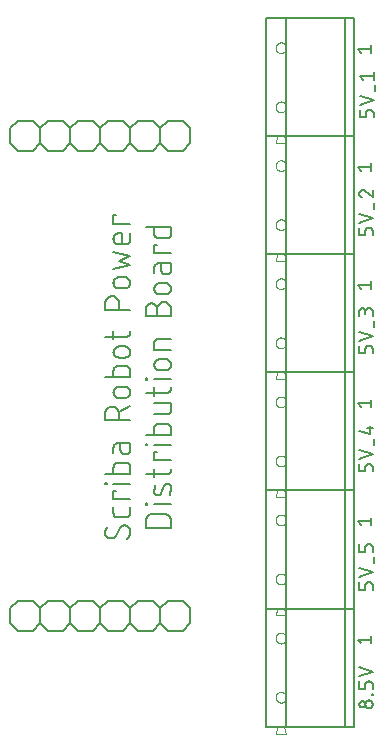
<source format=gbr>
G04 EAGLE Gerber RS-274X export*
G75*
%MOMM*%
%FSLAX34Y34*%
%LPD*%
%INSilkscreen Top*%
%IPPOS*%
%AMOC8*
5,1,8,0,0,1.08239X$1,22.5*%
G01*
%ADD10C,0.177800*%
%ADD11C,0.152400*%
%ADD12C,0.076200*%
%ADD13C,0.127000*%


D10*
X114611Y189926D02*
X114609Y190061D01*
X114603Y190195D01*
X114594Y190330D01*
X114580Y190464D01*
X114563Y190597D01*
X114542Y190730D01*
X114517Y190863D01*
X114488Y190994D01*
X114456Y191125D01*
X114420Y191255D01*
X114380Y191383D01*
X114337Y191511D01*
X114290Y191637D01*
X114239Y191762D01*
X114185Y191885D01*
X114127Y192007D01*
X114066Y192127D01*
X114001Y192245D01*
X113934Y192361D01*
X113862Y192476D01*
X113788Y192588D01*
X113710Y192698D01*
X113630Y192806D01*
X113546Y192911D01*
X113459Y193014D01*
X113369Y193115D01*
X113277Y193213D01*
X113182Y193308D01*
X113084Y193400D01*
X112983Y193490D01*
X112880Y193577D01*
X112775Y193661D01*
X112667Y193741D01*
X112557Y193819D01*
X112445Y193893D01*
X112330Y193965D01*
X112214Y194032D01*
X112096Y194097D01*
X111976Y194158D01*
X111854Y194216D01*
X111731Y194270D01*
X111606Y194321D01*
X111480Y194368D01*
X111352Y194411D01*
X111224Y194451D01*
X111094Y194487D01*
X110963Y194519D01*
X110832Y194548D01*
X110699Y194573D01*
X110566Y194594D01*
X110433Y194611D01*
X110299Y194625D01*
X110164Y194634D01*
X110030Y194640D01*
X109895Y194642D01*
X114611Y189926D02*
X114608Y189688D01*
X114600Y189449D01*
X114585Y189211D01*
X114565Y188974D01*
X114540Y188737D01*
X114509Y188501D01*
X114472Y188265D01*
X114429Y188031D01*
X114381Y187797D01*
X114327Y187565D01*
X114268Y187334D01*
X114203Y187105D01*
X114133Y186877D01*
X114057Y186651D01*
X113976Y186427D01*
X113890Y186204D01*
X113798Y185984D01*
X113701Y185767D01*
X113599Y185551D01*
X113492Y185338D01*
X113380Y185128D01*
X113262Y184920D01*
X113140Y184716D01*
X113013Y184514D01*
X112881Y184316D01*
X112745Y184120D01*
X112603Y183928D01*
X112458Y183740D01*
X112307Y183554D01*
X112153Y183373D01*
X111994Y183195D01*
X111831Y183022D01*
X111663Y182852D01*
X98105Y183442D02*
X97970Y183444D01*
X97836Y183450D01*
X97701Y183459D01*
X97567Y183473D01*
X97434Y183490D01*
X97301Y183511D01*
X97168Y183536D01*
X97037Y183565D01*
X96906Y183597D01*
X96776Y183633D01*
X96648Y183673D01*
X96520Y183716D01*
X96394Y183763D01*
X96269Y183814D01*
X96146Y183868D01*
X96024Y183926D01*
X95904Y183987D01*
X95786Y184052D01*
X95670Y184119D01*
X95555Y184191D01*
X95443Y184265D01*
X95333Y184343D01*
X95225Y184423D01*
X95120Y184507D01*
X95017Y184594D01*
X94916Y184684D01*
X94818Y184776D01*
X94723Y184871D01*
X94631Y184969D01*
X94541Y185070D01*
X94454Y185173D01*
X94370Y185278D01*
X94290Y185386D01*
X94212Y185496D01*
X94138Y185608D01*
X94066Y185723D01*
X93999Y185839D01*
X93934Y185957D01*
X93873Y186077D01*
X93815Y186199D01*
X93761Y186322D01*
X93710Y186447D01*
X93663Y186573D01*
X93620Y186701D01*
X93580Y186829D01*
X93544Y186959D01*
X93512Y187090D01*
X93483Y187221D01*
X93458Y187354D01*
X93437Y187487D01*
X93420Y187620D01*
X93406Y187754D01*
X93397Y187889D01*
X93391Y188023D01*
X93389Y188158D01*
X93392Y188369D01*
X93399Y188579D01*
X93412Y188790D01*
X93429Y189000D01*
X93452Y189209D01*
X93479Y189418D01*
X93512Y189626D01*
X93549Y189834D01*
X93592Y190040D01*
X93639Y190246D01*
X93691Y190450D01*
X93748Y190653D01*
X93810Y190854D01*
X93877Y191054D01*
X93948Y191252D01*
X94024Y191449D01*
X94105Y191644D01*
X94190Y191836D01*
X94280Y192027D01*
X94375Y192215D01*
X94474Y192401D01*
X94577Y192585D01*
X94685Y192766D01*
X94797Y192945D01*
X94913Y193121D01*
X95033Y193294D01*
X95158Y193464D01*
X102232Y185799D02*
X102162Y185684D01*
X102089Y185571D01*
X102013Y185461D01*
X101933Y185352D01*
X101851Y185246D01*
X101766Y185142D01*
X101678Y185040D01*
X101587Y184941D01*
X101493Y184845D01*
X101397Y184751D01*
X101298Y184660D01*
X101196Y184572D01*
X101093Y184487D01*
X100986Y184405D01*
X100878Y184325D01*
X100767Y184249D01*
X100654Y184176D01*
X100540Y184106D01*
X100423Y184039D01*
X100304Y183976D01*
X100184Y183916D01*
X100062Y183859D01*
X99939Y183806D01*
X99814Y183756D01*
X99688Y183710D01*
X99560Y183667D01*
X99432Y183628D01*
X99302Y183593D01*
X99171Y183561D01*
X99040Y183533D01*
X98908Y183509D01*
X98775Y183488D01*
X98642Y183471D01*
X98508Y183458D01*
X98374Y183449D01*
X98239Y183443D01*
X98105Y183441D01*
X105768Y192285D02*
X105838Y192400D01*
X105911Y192513D01*
X105987Y192623D01*
X106067Y192732D01*
X106149Y192838D01*
X106234Y192942D01*
X106322Y193044D01*
X106413Y193143D01*
X106507Y193239D01*
X106603Y193333D01*
X106702Y193424D01*
X106804Y193512D01*
X106907Y193597D01*
X107014Y193679D01*
X107122Y193759D01*
X107233Y193835D01*
X107346Y193908D01*
X107460Y193978D01*
X107577Y194045D01*
X107696Y194108D01*
X107816Y194168D01*
X107938Y194225D01*
X108061Y194278D01*
X108186Y194328D01*
X108312Y194374D01*
X108440Y194417D01*
X108568Y194456D01*
X108698Y194491D01*
X108829Y194523D01*
X108960Y194551D01*
X109092Y194575D01*
X109225Y194596D01*
X109358Y194613D01*
X109492Y194626D01*
X109626Y194635D01*
X109761Y194641D01*
X109895Y194643D01*
X105769Y192284D02*
X102232Y185800D01*
X114611Y204972D02*
X114611Y209688D01*
X114611Y204972D02*
X114609Y204854D01*
X114603Y204736D01*
X114593Y204618D01*
X114579Y204501D01*
X114562Y204384D01*
X114540Y204267D01*
X114515Y204152D01*
X114485Y204038D01*
X114452Y203924D01*
X114415Y203812D01*
X114375Y203701D01*
X114330Y203591D01*
X114282Y203483D01*
X114231Y203377D01*
X114176Y203272D01*
X114117Y203169D01*
X114055Y203069D01*
X113990Y202970D01*
X113922Y202874D01*
X113850Y202780D01*
X113775Y202688D01*
X113697Y202599D01*
X113616Y202513D01*
X113533Y202430D01*
X113447Y202349D01*
X113358Y202271D01*
X113266Y202196D01*
X113172Y202124D01*
X113076Y202056D01*
X112977Y201991D01*
X112877Y201929D01*
X112774Y201870D01*
X112669Y201815D01*
X112563Y201764D01*
X112455Y201716D01*
X112345Y201671D01*
X112234Y201631D01*
X112122Y201594D01*
X112008Y201561D01*
X111894Y201531D01*
X111779Y201506D01*
X111662Y201484D01*
X111545Y201467D01*
X111428Y201453D01*
X111310Y201443D01*
X111192Y201437D01*
X111074Y201435D01*
X104000Y201435D01*
X103882Y201437D01*
X103764Y201443D01*
X103646Y201453D01*
X103529Y201467D01*
X103412Y201484D01*
X103295Y201506D01*
X103180Y201531D01*
X103066Y201561D01*
X102952Y201594D01*
X102840Y201631D01*
X102729Y201671D01*
X102619Y201716D01*
X102511Y201764D01*
X102405Y201815D01*
X102300Y201870D01*
X102197Y201929D01*
X102097Y201991D01*
X101998Y202056D01*
X101902Y202124D01*
X101808Y202196D01*
X101716Y202271D01*
X101627Y202349D01*
X101541Y202430D01*
X101458Y202513D01*
X101377Y202599D01*
X101299Y202688D01*
X101224Y202780D01*
X101152Y202874D01*
X101084Y202970D01*
X101019Y203069D01*
X100957Y203169D01*
X100898Y203272D01*
X100843Y203377D01*
X100792Y203483D01*
X100744Y203591D01*
X100699Y203701D01*
X100659Y203812D01*
X100622Y203924D01*
X100589Y204038D01*
X100559Y204152D01*
X100534Y204267D01*
X100512Y204384D01*
X100495Y204501D01*
X100481Y204618D01*
X100471Y204736D01*
X100465Y204854D01*
X100463Y204972D01*
X100463Y209688D01*
X100463Y216947D02*
X114611Y216947D01*
X100463Y216947D02*
X100463Y224021D01*
X102821Y224021D01*
X100463Y229963D02*
X114611Y229963D01*
X94568Y229374D02*
X93389Y229374D01*
X93389Y230553D01*
X94568Y230553D01*
X94568Y229374D01*
X93389Y238186D02*
X114611Y238186D01*
X114611Y244081D01*
X114609Y244199D01*
X114603Y244317D01*
X114593Y244435D01*
X114579Y244552D01*
X114562Y244669D01*
X114540Y244786D01*
X114515Y244901D01*
X114485Y245015D01*
X114452Y245129D01*
X114415Y245241D01*
X114375Y245352D01*
X114330Y245462D01*
X114282Y245570D01*
X114231Y245676D01*
X114176Y245781D01*
X114117Y245884D01*
X114055Y245984D01*
X113990Y246083D01*
X113922Y246179D01*
X113850Y246273D01*
X113775Y246365D01*
X113697Y246454D01*
X113616Y246540D01*
X113533Y246623D01*
X113447Y246704D01*
X113358Y246782D01*
X113266Y246857D01*
X113172Y246929D01*
X113076Y246997D01*
X112977Y247062D01*
X112877Y247124D01*
X112774Y247183D01*
X112669Y247238D01*
X112563Y247289D01*
X112455Y247337D01*
X112345Y247382D01*
X112234Y247422D01*
X112122Y247459D01*
X112008Y247492D01*
X111894Y247522D01*
X111779Y247547D01*
X111662Y247569D01*
X111545Y247586D01*
X111428Y247600D01*
X111310Y247610D01*
X111192Y247616D01*
X111074Y247618D01*
X104000Y247618D01*
X103882Y247616D01*
X103764Y247610D01*
X103646Y247600D01*
X103529Y247586D01*
X103412Y247569D01*
X103295Y247547D01*
X103180Y247522D01*
X103066Y247492D01*
X102952Y247459D01*
X102840Y247422D01*
X102729Y247382D01*
X102619Y247337D01*
X102511Y247289D01*
X102405Y247238D01*
X102300Y247183D01*
X102197Y247124D01*
X102097Y247062D01*
X101998Y246997D01*
X101902Y246929D01*
X101808Y246857D01*
X101716Y246782D01*
X101627Y246704D01*
X101541Y246623D01*
X101458Y246540D01*
X101377Y246454D01*
X101299Y246365D01*
X101224Y246273D01*
X101152Y246179D01*
X101084Y246083D01*
X101019Y245984D01*
X100957Y245884D01*
X100898Y245781D01*
X100843Y245676D01*
X100792Y245570D01*
X100744Y245462D01*
X100699Y245352D01*
X100659Y245241D01*
X100622Y245129D01*
X100589Y245015D01*
X100559Y244901D01*
X100534Y244786D01*
X100512Y244669D01*
X100495Y244552D01*
X100481Y244435D01*
X100471Y244317D01*
X100465Y244199D01*
X100463Y244081D01*
X100463Y238186D01*
X106358Y258939D02*
X106358Y264244D01*
X106358Y258939D02*
X106360Y258812D01*
X106366Y258685D01*
X106376Y258558D01*
X106389Y258432D01*
X106407Y258306D01*
X106428Y258181D01*
X106454Y258056D01*
X106483Y257932D01*
X106516Y257810D01*
X106552Y257688D01*
X106593Y257567D01*
X106637Y257448D01*
X106684Y257330D01*
X106736Y257214D01*
X106791Y257099D01*
X106849Y256987D01*
X106911Y256876D01*
X106976Y256766D01*
X107045Y256659D01*
X107117Y256555D01*
X107192Y256452D01*
X107270Y256352D01*
X107351Y256254D01*
X107435Y256159D01*
X107522Y256066D01*
X107612Y255976D01*
X107705Y255889D01*
X107800Y255805D01*
X107898Y255724D01*
X107998Y255646D01*
X108101Y255571D01*
X108205Y255499D01*
X108312Y255430D01*
X108421Y255365D01*
X108533Y255303D01*
X108645Y255245D01*
X108760Y255190D01*
X108876Y255138D01*
X108994Y255091D01*
X109113Y255047D01*
X109234Y255006D01*
X109356Y254970D01*
X109478Y254937D01*
X109602Y254908D01*
X109727Y254882D01*
X109852Y254861D01*
X109978Y254843D01*
X110104Y254830D01*
X110231Y254820D01*
X110358Y254814D01*
X110485Y254812D01*
X110612Y254814D01*
X110739Y254820D01*
X110866Y254830D01*
X110992Y254843D01*
X111118Y254861D01*
X111243Y254882D01*
X111368Y254908D01*
X111492Y254937D01*
X111614Y254970D01*
X111736Y255006D01*
X111857Y255047D01*
X111976Y255091D01*
X112094Y255138D01*
X112210Y255190D01*
X112325Y255245D01*
X112437Y255303D01*
X112548Y255365D01*
X112658Y255430D01*
X112765Y255499D01*
X112869Y255571D01*
X112972Y255646D01*
X113072Y255724D01*
X113170Y255805D01*
X113265Y255889D01*
X113358Y255976D01*
X113448Y256066D01*
X113535Y256159D01*
X113619Y256254D01*
X113700Y256352D01*
X113778Y256452D01*
X113853Y256555D01*
X113925Y256659D01*
X113994Y256766D01*
X114059Y256875D01*
X114121Y256987D01*
X114179Y257099D01*
X114234Y257214D01*
X114286Y257330D01*
X114333Y257448D01*
X114377Y257567D01*
X114418Y257688D01*
X114454Y257810D01*
X114487Y257932D01*
X114516Y258056D01*
X114542Y258181D01*
X114563Y258306D01*
X114581Y258432D01*
X114594Y258558D01*
X114604Y258685D01*
X114610Y258812D01*
X114612Y258939D01*
X114611Y258939D02*
X114611Y264244D01*
X104000Y264244D01*
X103882Y264242D01*
X103764Y264236D01*
X103646Y264226D01*
X103529Y264212D01*
X103412Y264195D01*
X103295Y264173D01*
X103180Y264148D01*
X103066Y264118D01*
X102952Y264085D01*
X102840Y264048D01*
X102729Y264008D01*
X102619Y263963D01*
X102511Y263915D01*
X102405Y263864D01*
X102300Y263809D01*
X102197Y263750D01*
X102097Y263688D01*
X101998Y263623D01*
X101902Y263555D01*
X101808Y263483D01*
X101716Y263408D01*
X101627Y263330D01*
X101541Y263249D01*
X101458Y263166D01*
X101377Y263080D01*
X101299Y262991D01*
X101224Y262899D01*
X101152Y262805D01*
X101084Y262709D01*
X101019Y262610D01*
X100957Y262510D01*
X100898Y262407D01*
X100843Y262302D01*
X100792Y262196D01*
X100744Y262088D01*
X100699Y261978D01*
X100659Y261867D01*
X100622Y261755D01*
X100589Y261641D01*
X100559Y261527D01*
X100534Y261412D01*
X100512Y261295D01*
X100495Y261178D01*
X100481Y261061D01*
X100471Y260943D01*
X100465Y260825D01*
X100463Y260707D01*
X100463Y255991D01*
X93389Y283389D02*
X114611Y283389D01*
X93389Y283389D02*
X93389Y289284D01*
X93391Y289436D01*
X93397Y289587D01*
X93407Y289739D01*
X93420Y289890D01*
X93438Y290041D01*
X93459Y290191D01*
X93485Y290341D01*
X93514Y290490D01*
X93547Y290638D01*
X93583Y290785D01*
X93624Y290932D01*
X93668Y291077D01*
X93716Y291221D01*
X93768Y291363D01*
X93823Y291505D01*
X93882Y291645D01*
X93945Y291783D01*
X94011Y291920D01*
X94081Y292055D01*
X94154Y292188D01*
X94230Y292319D01*
X94310Y292448D01*
X94393Y292575D01*
X94479Y292700D01*
X94569Y292822D01*
X94662Y292942D01*
X94757Y293060D01*
X94856Y293176D01*
X94958Y293288D01*
X95062Y293398D01*
X95170Y293506D01*
X95280Y293610D01*
X95392Y293712D01*
X95508Y293811D01*
X95626Y293906D01*
X95746Y293999D01*
X95868Y294089D01*
X95993Y294175D01*
X96120Y294258D01*
X96249Y294338D01*
X96380Y294414D01*
X96513Y294487D01*
X96648Y294557D01*
X96785Y294623D01*
X96923Y294686D01*
X97063Y294745D01*
X97205Y294800D01*
X97347Y294852D01*
X97491Y294900D01*
X97636Y294944D01*
X97783Y294985D01*
X97930Y295021D01*
X98078Y295054D01*
X98227Y295083D01*
X98377Y295109D01*
X98527Y295130D01*
X98678Y295148D01*
X98829Y295161D01*
X98981Y295171D01*
X99132Y295177D01*
X99284Y295179D01*
X99436Y295177D01*
X99587Y295171D01*
X99739Y295161D01*
X99890Y295148D01*
X100041Y295130D01*
X100191Y295109D01*
X100341Y295083D01*
X100490Y295054D01*
X100638Y295021D01*
X100785Y294985D01*
X100932Y294944D01*
X101077Y294900D01*
X101221Y294852D01*
X101363Y294800D01*
X101505Y294745D01*
X101645Y294686D01*
X101783Y294623D01*
X101920Y294557D01*
X102055Y294487D01*
X102188Y294414D01*
X102319Y294338D01*
X102448Y294258D01*
X102575Y294175D01*
X102700Y294089D01*
X102822Y293999D01*
X102942Y293906D01*
X103060Y293811D01*
X103176Y293712D01*
X103288Y293610D01*
X103398Y293506D01*
X103506Y293398D01*
X103610Y293288D01*
X103712Y293176D01*
X103811Y293060D01*
X103906Y292942D01*
X103999Y292822D01*
X104089Y292700D01*
X104175Y292575D01*
X104258Y292448D01*
X104338Y292319D01*
X104414Y292188D01*
X104487Y292055D01*
X104557Y291920D01*
X104623Y291783D01*
X104686Y291645D01*
X104745Y291505D01*
X104800Y291363D01*
X104852Y291221D01*
X104900Y291077D01*
X104944Y290932D01*
X104985Y290785D01*
X105021Y290638D01*
X105054Y290490D01*
X105083Y290341D01*
X105109Y290191D01*
X105130Y290041D01*
X105148Y289890D01*
X105161Y289739D01*
X105171Y289587D01*
X105177Y289436D01*
X105179Y289284D01*
X105179Y283389D01*
X105179Y290463D02*
X114611Y295179D01*
X109895Y302527D02*
X105179Y302527D01*
X105043Y302529D01*
X104907Y302535D01*
X104772Y302545D01*
X104637Y302558D01*
X104502Y302576D01*
X104368Y302597D01*
X104234Y302623D01*
X104101Y302652D01*
X103969Y302685D01*
X103838Y302722D01*
X103709Y302762D01*
X103580Y302806D01*
X103453Y302854D01*
X103327Y302906D01*
X103203Y302961D01*
X103080Y303020D01*
X102960Y303082D01*
X102841Y303148D01*
X102724Y303217D01*
X102609Y303289D01*
X102496Y303365D01*
X102385Y303444D01*
X102277Y303526D01*
X102171Y303611D01*
X102067Y303699D01*
X101967Y303790D01*
X101868Y303884D01*
X101773Y303981D01*
X101680Y304081D01*
X101591Y304183D01*
X101504Y304287D01*
X101420Y304395D01*
X101340Y304504D01*
X101263Y304616D01*
X101188Y304730D01*
X101118Y304846D01*
X101050Y304964D01*
X100986Y305084D01*
X100926Y305206D01*
X100869Y305329D01*
X100816Y305454D01*
X100766Y305580D01*
X100720Y305708D01*
X100677Y305837D01*
X100639Y305968D01*
X100604Y306099D01*
X100573Y306231D01*
X100546Y306365D01*
X100522Y306499D01*
X100503Y306633D01*
X100487Y306768D01*
X100475Y306903D01*
X100467Y307039D01*
X100463Y307175D01*
X100463Y307311D01*
X100467Y307447D01*
X100475Y307583D01*
X100487Y307718D01*
X100503Y307853D01*
X100522Y307987D01*
X100546Y308121D01*
X100573Y308255D01*
X100604Y308387D01*
X100639Y308518D01*
X100677Y308649D01*
X100720Y308778D01*
X100766Y308906D01*
X100816Y309032D01*
X100869Y309157D01*
X100926Y309280D01*
X100986Y309402D01*
X101050Y309522D01*
X101118Y309640D01*
X101188Y309756D01*
X101263Y309870D01*
X101340Y309982D01*
X101420Y310091D01*
X101504Y310199D01*
X101591Y310303D01*
X101680Y310405D01*
X101773Y310505D01*
X101868Y310602D01*
X101967Y310696D01*
X102067Y310787D01*
X102171Y310875D01*
X102277Y310960D01*
X102385Y311042D01*
X102496Y311121D01*
X102609Y311197D01*
X102724Y311269D01*
X102841Y311338D01*
X102960Y311404D01*
X103080Y311466D01*
X103203Y311525D01*
X103327Y311580D01*
X103453Y311632D01*
X103580Y311680D01*
X103709Y311724D01*
X103838Y311764D01*
X103969Y311801D01*
X104101Y311834D01*
X104234Y311863D01*
X104368Y311889D01*
X104502Y311910D01*
X104637Y311928D01*
X104772Y311941D01*
X104907Y311951D01*
X105043Y311957D01*
X105179Y311959D01*
X109895Y311959D01*
X110031Y311957D01*
X110167Y311951D01*
X110302Y311941D01*
X110437Y311928D01*
X110572Y311910D01*
X110706Y311889D01*
X110840Y311863D01*
X110973Y311834D01*
X111105Y311801D01*
X111236Y311764D01*
X111365Y311724D01*
X111494Y311680D01*
X111621Y311632D01*
X111747Y311580D01*
X111871Y311525D01*
X111994Y311466D01*
X112114Y311404D01*
X112233Y311338D01*
X112350Y311269D01*
X112465Y311197D01*
X112578Y311121D01*
X112689Y311042D01*
X112797Y310960D01*
X112903Y310875D01*
X113007Y310787D01*
X113107Y310696D01*
X113206Y310602D01*
X113301Y310505D01*
X113394Y310405D01*
X113483Y310303D01*
X113570Y310199D01*
X113654Y310091D01*
X113734Y309982D01*
X113811Y309870D01*
X113886Y309756D01*
X113956Y309640D01*
X114024Y309522D01*
X114088Y309402D01*
X114148Y309280D01*
X114205Y309157D01*
X114258Y309032D01*
X114308Y308906D01*
X114354Y308778D01*
X114397Y308649D01*
X114435Y308518D01*
X114470Y308387D01*
X114501Y308255D01*
X114528Y308121D01*
X114552Y307987D01*
X114571Y307853D01*
X114587Y307718D01*
X114599Y307583D01*
X114607Y307447D01*
X114611Y307311D01*
X114611Y307175D01*
X114607Y307039D01*
X114599Y306903D01*
X114587Y306768D01*
X114571Y306633D01*
X114552Y306499D01*
X114528Y306365D01*
X114501Y306231D01*
X114470Y306099D01*
X114435Y305968D01*
X114397Y305837D01*
X114354Y305708D01*
X114308Y305580D01*
X114258Y305454D01*
X114205Y305329D01*
X114148Y305206D01*
X114088Y305084D01*
X114024Y304964D01*
X113956Y304846D01*
X113886Y304730D01*
X113811Y304616D01*
X113734Y304504D01*
X113654Y304395D01*
X113570Y304287D01*
X113483Y304183D01*
X113394Y304081D01*
X113301Y303981D01*
X113206Y303884D01*
X113107Y303790D01*
X113007Y303699D01*
X112903Y303611D01*
X112797Y303526D01*
X112689Y303444D01*
X112578Y303365D01*
X112465Y303289D01*
X112350Y303217D01*
X112233Y303148D01*
X112114Y303082D01*
X111994Y303020D01*
X111871Y302961D01*
X111747Y302906D01*
X111621Y302854D01*
X111494Y302806D01*
X111365Y302762D01*
X111236Y302722D01*
X111105Y302685D01*
X110973Y302652D01*
X110840Y302623D01*
X110706Y302597D01*
X110572Y302576D01*
X110437Y302558D01*
X110302Y302545D01*
X110167Y302535D01*
X110031Y302529D01*
X109895Y302527D01*
X114611Y319973D02*
X93389Y319973D01*
X114611Y319973D02*
X114611Y325868D01*
X114609Y325986D01*
X114603Y326104D01*
X114593Y326222D01*
X114579Y326339D01*
X114562Y326456D01*
X114540Y326573D01*
X114515Y326688D01*
X114485Y326802D01*
X114452Y326916D01*
X114415Y327028D01*
X114375Y327139D01*
X114330Y327249D01*
X114282Y327357D01*
X114231Y327463D01*
X114176Y327568D01*
X114117Y327671D01*
X114055Y327771D01*
X113990Y327870D01*
X113922Y327966D01*
X113850Y328060D01*
X113775Y328152D01*
X113697Y328241D01*
X113616Y328327D01*
X113533Y328410D01*
X113447Y328491D01*
X113358Y328569D01*
X113266Y328644D01*
X113172Y328716D01*
X113076Y328784D01*
X112977Y328849D01*
X112877Y328911D01*
X112774Y328970D01*
X112669Y329025D01*
X112563Y329076D01*
X112455Y329124D01*
X112345Y329169D01*
X112234Y329209D01*
X112122Y329246D01*
X112008Y329279D01*
X111894Y329309D01*
X111779Y329334D01*
X111662Y329356D01*
X111545Y329373D01*
X111428Y329387D01*
X111310Y329397D01*
X111192Y329403D01*
X111074Y329405D01*
X104000Y329405D01*
X103882Y329403D01*
X103764Y329397D01*
X103646Y329387D01*
X103529Y329373D01*
X103412Y329356D01*
X103295Y329334D01*
X103180Y329309D01*
X103066Y329279D01*
X102952Y329246D01*
X102840Y329209D01*
X102729Y329169D01*
X102619Y329124D01*
X102511Y329076D01*
X102405Y329025D01*
X102300Y328970D01*
X102197Y328911D01*
X102097Y328849D01*
X101998Y328784D01*
X101902Y328716D01*
X101808Y328644D01*
X101716Y328569D01*
X101627Y328491D01*
X101541Y328410D01*
X101458Y328327D01*
X101377Y328241D01*
X101299Y328152D01*
X101224Y328060D01*
X101152Y327966D01*
X101084Y327870D01*
X101019Y327771D01*
X100957Y327671D01*
X100898Y327568D01*
X100843Y327463D01*
X100792Y327357D01*
X100744Y327249D01*
X100699Y327139D01*
X100659Y327028D01*
X100622Y326916D01*
X100589Y326802D01*
X100559Y326688D01*
X100534Y326573D01*
X100512Y326456D01*
X100495Y326339D01*
X100481Y326222D01*
X100471Y326104D01*
X100465Y325986D01*
X100463Y325868D01*
X100463Y319973D01*
X105179Y336659D02*
X109895Y336659D01*
X105179Y336659D02*
X105043Y336661D01*
X104907Y336667D01*
X104772Y336677D01*
X104637Y336690D01*
X104502Y336708D01*
X104368Y336729D01*
X104234Y336755D01*
X104101Y336784D01*
X103969Y336817D01*
X103838Y336854D01*
X103709Y336894D01*
X103580Y336938D01*
X103453Y336986D01*
X103327Y337038D01*
X103203Y337093D01*
X103080Y337152D01*
X102960Y337214D01*
X102841Y337280D01*
X102724Y337349D01*
X102609Y337421D01*
X102496Y337497D01*
X102385Y337576D01*
X102277Y337658D01*
X102171Y337743D01*
X102067Y337831D01*
X101967Y337922D01*
X101868Y338016D01*
X101773Y338113D01*
X101680Y338213D01*
X101591Y338315D01*
X101504Y338419D01*
X101420Y338527D01*
X101340Y338636D01*
X101263Y338748D01*
X101188Y338862D01*
X101118Y338978D01*
X101050Y339096D01*
X100986Y339216D01*
X100926Y339338D01*
X100869Y339461D01*
X100816Y339586D01*
X100766Y339712D01*
X100720Y339840D01*
X100677Y339969D01*
X100639Y340100D01*
X100604Y340231D01*
X100573Y340363D01*
X100546Y340497D01*
X100522Y340631D01*
X100503Y340765D01*
X100487Y340900D01*
X100475Y341035D01*
X100467Y341171D01*
X100463Y341307D01*
X100463Y341443D01*
X100467Y341579D01*
X100475Y341715D01*
X100487Y341850D01*
X100503Y341985D01*
X100522Y342119D01*
X100546Y342253D01*
X100573Y342387D01*
X100604Y342519D01*
X100639Y342650D01*
X100677Y342781D01*
X100720Y342910D01*
X100766Y343038D01*
X100816Y343164D01*
X100869Y343289D01*
X100926Y343412D01*
X100986Y343534D01*
X101050Y343654D01*
X101118Y343772D01*
X101188Y343888D01*
X101263Y344002D01*
X101340Y344114D01*
X101420Y344223D01*
X101504Y344331D01*
X101591Y344435D01*
X101680Y344537D01*
X101773Y344637D01*
X101868Y344734D01*
X101967Y344828D01*
X102067Y344919D01*
X102171Y345007D01*
X102277Y345092D01*
X102385Y345174D01*
X102496Y345253D01*
X102609Y345329D01*
X102724Y345401D01*
X102841Y345470D01*
X102960Y345536D01*
X103080Y345598D01*
X103203Y345657D01*
X103327Y345712D01*
X103453Y345764D01*
X103580Y345812D01*
X103709Y345856D01*
X103838Y345896D01*
X103969Y345933D01*
X104101Y345966D01*
X104234Y345995D01*
X104368Y346021D01*
X104502Y346042D01*
X104637Y346060D01*
X104772Y346073D01*
X104907Y346083D01*
X105043Y346089D01*
X105179Y346091D01*
X109895Y346091D01*
X110031Y346089D01*
X110167Y346083D01*
X110302Y346073D01*
X110437Y346060D01*
X110572Y346042D01*
X110706Y346021D01*
X110840Y345995D01*
X110973Y345966D01*
X111105Y345933D01*
X111236Y345896D01*
X111365Y345856D01*
X111494Y345812D01*
X111621Y345764D01*
X111747Y345712D01*
X111871Y345657D01*
X111994Y345598D01*
X112114Y345536D01*
X112233Y345470D01*
X112350Y345401D01*
X112465Y345329D01*
X112578Y345253D01*
X112689Y345174D01*
X112797Y345092D01*
X112903Y345007D01*
X113007Y344919D01*
X113107Y344828D01*
X113206Y344734D01*
X113301Y344637D01*
X113394Y344537D01*
X113483Y344435D01*
X113570Y344331D01*
X113654Y344223D01*
X113734Y344114D01*
X113811Y344002D01*
X113886Y343888D01*
X113956Y343772D01*
X114024Y343654D01*
X114088Y343534D01*
X114148Y343412D01*
X114205Y343289D01*
X114258Y343164D01*
X114308Y343038D01*
X114354Y342910D01*
X114397Y342781D01*
X114435Y342650D01*
X114470Y342519D01*
X114501Y342387D01*
X114528Y342253D01*
X114552Y342119D01*
X114571Y341985D01*
X114587Y341850D01*
X114599Y341715D01*
X114607Y341579D01*
X114611Y341443D01*
X114611Y341307D01*
X114607Y341171D01*
X114599Y341035D01*
X114587Y340900D01*
X114571Y340765D01*
X114552Y340631D01*
X114528Y340497D01*
X114501Y340363D01*
X114470Y340231D01*
X114435Y340100D01*
X114397Y339969D01*
X114354Y339840D01*
X114308Y339712D01*
X114258Y339586D01*
X114205Y339461D01*
X114148Y339338D01*
X114088Y339216D01*
X114024Y339096D01*
X113956Y338978D01*
X113886Y338862D01*
X113811Y338748D01*
X113734Y338636D01*
X113654Y338527D01*
X113570Y338419D01*
X113483Y338315D01*
X113394Y338213D01*
X113301Y338113D01*
X113206Y338016D01*
X113107Y337922D01*
X113007Y337831D01*
X112903Y337743D01*
X112797Y337658D01*
X112689Y337576D01*
X112578Y337497D01*
X112465Y337421D01*
X112350Y337349D01*
X112233Y337280D01*
X112114Y337214D01*
X111994Y337152D01*
X111871Y337093D01*
X111747Y337038D01*
X111621Y336986D01*
X111494Y336938D01*
X111365Y336894D01*
X111236Y336854D01*
X111105Y336817D01*
X110973Y336784D01*
X110840Y336755D01*
X110706Y336729D01*
X110572Y336708D01*
X110437Y336690D01*
X110302Y336677D01*
X110167Y336667D01*
X110031Y336661D01*
X109895Y336659D01*
X100463Y351910D02*
X100463Y358984D01*
X93389Y354268D02*
X111074Y354268D01*
X111192Y354270D01*
X111310Y354276D01*
X111428Y354286D01*
X111545Y354300D01*
X111662Y354317D01*
X111779Y354339D01*
X111894Y354364D01*
X112008Y354394D01*
X112122Y354427D01*
X112234Y354464D01*
X112345Y354504D01*
X112455Y354549D01*
X112563Y354597D01*
X112669Y354648D01*
X112774Y354703D01*
X112877Y354762D01*
X112977Y354824D01*
X113076Y354889D01*
X113172Y354957D01*
X113266Y355029D01*
X113358Y355104D01*
X113447Y355182D01*
X113533Y355263D01*
X113616Y355346D01*
X113697Y355432D01*
X113775Y355521D01*
X113850Y355613D01*
X113922Y355707D01*
X113990Y355803D01*
X114055Y355902D01*
X114117Y356002D01*
X114176Y356105D01*
X114231Y356210D01*
X114282Y356316D01*
X114330Y356424D01*
X114375Y356534D01*
X114415Y356645D01*
X114452Y356757D01*
X114485Y356871D01*
X114515Y356985D01*
X114540Y357100D01*
X114562Y357217D01*
X114579Y357334D01*
X114593Y357451D01*
X114603Y357569D01*
X114609Y357687D01*
X114611Y357805D01*
X114611Y358984D01*
X114611Y376865D02*
X93389Y376865D01*
X93389Y382760D01*
X93391Y382912D01*
X93397Y383063D01*
X93407Y383215D01*
X93420Y383366D01*
X93438Y383517D01*
X93459Y383667D01*
X93485Y383817D01*
X93514Y383966D01*
X93547Y384114D01*
X93583Y384261D01*
X93624Y384408D01*
X93668Y384553D01*
X93716Y384697D01*
X93768Y384839D01*
X93823Y384981D01*
X93882Y385121D01*
X93945Y385259D01*
X94011Y385396D01*
X94081Y385531D01*
X94154Y385664D01*
X94230Y385795D01*
X94310Y385924D01*
X94393Y386051D01*
X94479Y386176D01*
X94569Y386298D01*
X94662Y386418D01*
X94757Y386536D01*
X94856Y386652D01*
X94958Y386764D01*
X95062Y386874D01*
X95170Y386982D01*
X95280Y387086D01*
X95392Y387188D01*
X95508Y387287D01*
X95626Y387382D01*
X95746Y387475D01*
X95868Y387565D01*
X95993Y387651D01*
X96120Y387734D01*
X96249Y387814D01*
X96380Y387890D01*
X96513Y387963D01*
X96648Y388033D01*
X96785Y388099D01*
X96923Y388162D01*
X97063Y388221D01*
X97205Y388276D01*
X97347Y388328D01*
X97491Y388376D01*
X97636Y388420D01*
X97783Y388461D01*
X97930Y388497D01*
X98078Y388530D01*
X98227Y388559D01*
X98377Y388585D01*
X98527Y388606D01*
X98678Y388624D01*
X98829Y388637D01*
X98981Y388647D01*
X99132Y388653D01*
X99284Y388655D01*
X99436Y388653D01*
X99587Y388647D01*
X99739Y388637D01*
X99890Y388624D01*
X100041Y388606D01*
X100191Y388585D01*
X100341Y388559D01*
X100490Y388530D01*
X100638Y388497D01*
X100785Y388461D01*
X100932Y388420D01*
X101077Y388376D01*
X101221Y388328D01*
X101363Y388276D01*
X101505Y388221D01*
X101645Y388162D01*
X101783Y388099D01*
X101920Y388033D01*
X102055Y387963D01*
X102188Y387890D01*
X102319Y387814D01*
X102448Y387734D01*
X102575Y387651D01*
X102700Y387565D01*
X102822Y387475D01*
X102942Y387382D01*
X103060Y387287D01*
X103176Y387188D01*
X103288Y387086D01*
X103398Y386982D01*
X103506Y386874D01*
X103610Y386764D01*
X103712Y386652D01*
X103811Y386536D01*
X103906Y386418D01*
X103999Y386298D01*
X104089Y386176D01*
X104175Y386051D01*
X104258Y385924D01*
X104338Y385795D01*
X104414Y385664D01*
X104487Y385531D01*
X104557Y385396D01*
X104623Y385259D01*
X104686Y385121D01*
X104745Y384981D01*
X104800Y384839D01*
X104852Y384697D01*
X104900Y384553D01*
X104944Y384408D01*
X104985Y384261D01*
X105021Y384114D01*
X105054Y383966D01*
X105083Y383817D01*
X105109Y383667D01*
X105130Y383517D01*
X105148Y383366D01*
X105161Y383215D01*
X105171Y383063D01*
X105177Y382912D01*
X105179Y382760D01*
X105179Y376865D01*
X105179Y395262D02*
X109895Y395262D01*
X105179Y395262D02*
X105043Y395264D01*
X104907Y395270D01*
X104772Y395280D01*
X104637Y395293D01*
X104502Y395311D01*
X104368Y395332D01*
X104234Y395358D01*
X104101Y395387D01*
X103969Y395420D01*
X103838Y395457D01*
X103709Y395497D01*
X103580Y395541D01*
X103453Y395589D01*
X103327Y395641D01*
X103203Y395696D01*
X103080Y395755D01*
X102960Y395817D01*
X102841Y395883D01*
X102724Y395952D01*
X102609Y396024D01*
X102496Y396100D01*
X102385Y396179D01*
X102277Y396261D01*
X102171Y396346D01*
X102067Y396434D01*
X101967Y396525D01*
X101868Y396619D01*
X101773Y396716D01*
X101680Y396816D01*
X101591Y396918D01*
X101504Y397022D01*
X101420Y397130D01*
X101340Y397239D01*
X101263Y397351D01*
X101188Y397465D01*
X101118Y397581D01*
X101050Y397699D01*
X100986Y397819D01*
X100926Y397941D01*
X100869Y398064D01*
X100816Y398189D01*
X100766Y398315D01*
X100720Y398443D01*
X100677Y398572D01*
X100639Y398703D01*
X100604Y398834D01*
X100573Y398966D01*
X100546Y399100D01*
X100522Y399234D01*
X100503Y399368D01*
X100487Y399503D01*
X100475Y399638D01*
X100467Y399774D01*
X100463Y399910D01*
X100463Y400046D01*
X100467Y400182D01*
X100475Y400318D01*
X100487Y400453D01*
X100503Y400588D01*
X100522Y400722D01*
X100546Y400856D01*
X100573Y400990D01*
X100604Y401122D01*
X100639Y401253D01*
X100677Y401384D01*
X100720Y401513D01*
X100766Y401641D01*
X100816Y401767D01*
X100869Y401892D01*
X100926Y402015D01*
X100986Y402137D01*
X101050Y402257D01*
X101118Y402375D01*
X101188Y402491D01*
X101263Y402605D01*
X101340Y402717D01*
X101420Y402826D01*
X101504Y402934D01*
X101591Y403038D01*
X101680Y403140D01*
X101773Y403240D01*
X101868Y403337D01*
X101967Y403431D01*
X102067Y403522D01*
X102171Y403610D01*
X102277Y403695D01*
X102385Y403777D01*
X102496Y403856D01*
X102609Y403932D01*
X102724Y404004D01*
X102841Y404073D01*
X102960Y404139D01*
X103080Y404201D01*
X103203Y404260D01*
X103327Y404315D01*
X103453Y404367D01*
X103580Y404415D01*
X103709Y404459D01*
X103838Y404499D01*
X103969Y404536D01*
X104101Y404569D01*
X104234Y404598D01*
X104368Y404624D01*
X104502Y404645D01*
X104637Y404663D01*
X104772Y404676D01*
X104907Y404686D01*
X105043Y404692D01*
X105179Y404694D01*
X109895Y404694D01*
X110031Y404692D01*
X110167Y404686D01*
X110302Y404676D01*
X110437Y404663D01*
X110572Y404645D01*
X110706Y404624D01*
X110840Y404598D01*
X110973Y404569D01*
X111105Y404536D01*
X111236Y404499D01*
X111365Y404459D01*
X111494Y404415D01*
X111621Y404367D01*
X111747Y404315D01*
X111871Y404260D01*
X111994Y404201D01*
X112114Y404139D01*
X112233Y404073D01*
X112350Y404004D01*
X112465Y403932D01*
X112578Y403856D01*
X112689Y403777D01*
X112797Y403695D01*
X112903Y403610D01*
X113007Y403522D01*
X113107Y403431D01*
X113206Y403337D01*
X113301Y403240D01*
X113394Y403140D01*
X113483Y403038D01*
X113570Y402934D01*
X113654Y402826D01*
X113734Y402717D01*
X113811Y402605D01*
X113886Y402491D01*
X113956Y402375D01*
X114024Y402257D01*
X114088Y402137D01*
X114148Y402015D01*
X114205Y401892D01*
X114258Y401767D01*
X114308Y401641D01*
X114354Y401513D01*
X114397Y401384D01*
X114435Y401253D01*
X114470Y401122D01*
X114501Y400990D01*
X114528Y400856D01*
X114552Y400722D01*
X114571Y400588D01*
X114587Y400453D01*
X114599Y400318D01*
X114607Y400182D01*
X114611Y400046D01*
X114611Y399910D01*
X114607Y399774D01*
X114599Y399638D01*
X114587Y399503D01*
X114571Y399368D01*
X114552Y399234D01*
X114528Y399100D01*
X114501Y398966D01*
X114470Y398834D01*
X114435Y398703D01*
X114397Y398572D01*
X114354Y398443D01*
X114308Y398315D01*
X114258Y398189D01*
X114205Y398064D01*
X114148Y397941D01*
X114088Y397819D01*
X114024Y397699D01*
X113956Y397581D01*
X113886Y397465D01*
X113811Y397351D01*
X113734Y397239D01*
X113654Y397130D01*
X113570Y397022D01*
X113483Y396918D01*
X113394Y396816D01*
X113301Y396716D01*
X113206Y396619D01*
X113107Y396525D01*
X113007Y396434D01*
X112903Y396346D01*
X112797Y396261D01*
X112689Y396179D01*
X112578Y396100D01*
X112465Y396024D01*
X112350Y395952D01*
X112233Y395883D01*
X112114Y395817D01*
X111994Y395755D01*
X111871Y395696D01*
X111747Y395641D01*
X111621Y395589D01*
X111494Y395541D01*
X111365Y395497D01*
X111236Y395457D01*
X111105Y395420D01*
X110973Y395387D01*
X110840Y395358D01*
X110706Y395332D01*
X110572Y395311D01*
X110437Y395293D01*
X110302Y395280D01*
X110167Y395270D01*
X110031Y395264D01*
X109895Y395262D01*
X100463Y411580D02*
X114611Y415117D01*
X105179Y418654D01*
X114611Y422191D01*
X100463Y425728D01*
X114611Y436151D02*
X114611Y442046D01*
X114611Y436151D02*
X114609Y436033D01*
X114603Y435915D01*
X114593Y435797D01*
X114579Y435680D01*
X114562Y435563D01*
X114540Y435446D01*
X114515Y435331D01*
X114485Y435217D01*
X114452Y435103D01*
X114415Y434991D01*
X114375Y434880D01*
X114330Y434770D01*
X114282Y434662D01*
X114231Y434556D01*
X114176Y434451D01*
X114117Y434348D01*
X114055Y434248D01*
X113990Y434149D01*
X113922Y434053D01*
X113850Y433959D01*
X113775Y433867D01*
X113697Y433778D01*
X113616Y433692D01*
X113533Y433609D01*
X113447Y433528D01*
X113358Y433450D01*
X113266Y433375D01*
X113172Y433303D01*
X113076Y433235D01*
X112977Y433170D01*
X112877Y433108D01*
X112774Y433049D01*
X112669Y432994D01*
X112563Y432943D01*
X112455Y432895D01*
X112345Y432850D01*
X112234Y432810D01*
X112122Y432773D01*
X112008Y432740D01*
X111894Y432710D01*
X111779Y432685D01*
X111662Y432663D01*
X111545Y432646D01*
X111428Y432632D01*
X111310Y432622D01*
X111192Y432616D01*
X111074Y432614D01*
X105179Y432614D01*
X105043Y432616D01*
X104907Y432622D01*
X104772Y432632D01*
X104637Y432645D01*
X104502Y432663D01*
X104368Y432684D01*
X104234Y432710D01*
X104101Y432739D01*
X103969Y432772D01*
X103838Y432809D01*
X103709Y432849D01*
X103580Y432893D01*
X103453Y432941D01*
X103327Y432993D01*
X103203Y433048D01*
X103080Y433107D01*
X102960Y433169D01*
X102841Y433235D01*
X102724Y433304D01*
X102609Y433376D01*
X102496Y433452D01*
X102385Y433531D01*
X102277Y433613D01*
X102171Y433698D01*
X102067Y433786D01*
X101967Y433877D01*
X101868Y433971D01*
X101773Y434068D01*
X101680Y434168D01*
X101591Y434270D01*
X101504Y434374D01*
X101420Y434482D01*
X101340Y434591D01*
X101263Y434703D01*
X101188Y434817D01*
X101118Y434933D01*
X101050Y435051D01*
X100986Y435171D01*
X100926Y435293D01*
X100869Y435416D01*
X100816Y435541D01*
X100766Y435667D01*
X100720Y435795D01*
X100677Y435924D01*
X100639Y436055D01*
X100604Y436186D01*
X100573Y436318D01*
X100546Y436452D01*
X100522Y436586D01*
X100503Y436720D01*
X100487Y436855D01*
X100475Y436990D01*
X100467Y437126D01*
X100463Y437262D01*
X100463Y437398D01*
X100467Y437534D01*
X100475Y437670D01*
X100487Y437805D01*
X100503Y437940D01*
X100522Y438074D01*
X100546Y438208D01*
X100573Y438342D01*
X100604Y438474D01*
X100639Y438605D01*
X100677Y438736D01*
X100720Y438865D01*
X100766Y438993D01*
X100816Y439119D01*
X100869Y439244D01*
X100926Y439367D01*
X100986Y439489D01*
X101050Y439609D01*
X101118Y439727D01*
X101188Y439843D01*
X101263Y439957D01*
X101340Y440069D01*
X101420Y440178D01*
X101504Y440286D01*
X101591Y440390D01*
X101680Y440492D01*
X101773Y440592D01*
X101868Y440689D01*
X101967Y440783D01*
X102067Y440874D01*
X102171Y440962D01*
X102277Y441047D01*
X102385Y441129D01*
X102496Y441208D01*
X102609Y441284D01*
X102724Y441356D01*
X102841Y441425D01*
X102960Y441491D01*
X103080Y441553D01*
X103203Y441612D01*
X103327Y441667D01*
X103453Y441719D01*
X103580Y441767D01*
X103709Y441811D01*
X103838Y441851D01*
X103969Y441888D01*
X104101Y441921D01*
X104234Y441950D01*
X104368Y441976D01*
X104502Y441997D01*
X104637Y442015D01*
X104772Y442028D01*
X104907Y442038D01*
X105043Y442044D01*
X105179Y442046D01*
X107537Y442046D01*
X107537Y432614D01*
X114611Y450074D02*
X100463Y450074D01*
X100463Y457148D01*
X102821Y457148D01*
X127889Y192686D02*
X149111Y192686D01*
X127889Y192686D02*
X127889Y198581D01*
X127891Y198733D01*
X127897Y198884D01*
X127907Y199036D01*
X127920Y199187D01*
X127938Y199338D01*
X127959Y199488D01*
X127985Y199638D01*
X128014Y199787D01*
X128047Y199935D01*
X128083Y200082D01*
X128124Y200229D01*
X128168Y200374D01*
X128216Y200518D01*
X128268Y200660D01*
X128323Y200802D01*
X128382Y200942D01*
X128445Y201080D01*
X128511Y201217D01*
X128581Y201352D01*
X128654Y201485D01*
X128730Y201616D01*
X128810Y201745D01*
X128893Y201872D01*
X128979Y201997D01*
X129069Y202119D01*
X129162Y202239D01*
X129257Y202357D01*
X129356Y202473D01*
X129458Y202585D01*
X129562Y202695D01*
X129670Y202803D01*
X129780Y202907D01*
X129892Y203009D01*
X130008Y203108D01*
X130126Y203203D01*
X130246Y203296D01*
X130368Y203386D01*
X130493Y203472D01*
X130620Y203555D01*
X130749Y203635D01*
X130880Y203711D01*
X131013Y203784D01*
X131148Y203854D01*
X131285Y203920D01*
X131423Y203983D01*
X131563Y204042D01*
X131705Y204097D01*
X131847Y204149D01*
X131991Y204197D01*
X132136Y204241D01*
X132283Y204282D01*
X132430Y204318D01*
X132578Y204351D01*
X132727Y204380D01*
X132877Y204406D01*
X133027Y204427D01*
X133178Y204445D01*
X133329Y204458D01*
X133481Y204468D01*
X133632Y204474D01*
X133784Y204476D01*
X143216Y204476D01*
X143368Y204474D01*
X143519Y204468D01*
X143671Y204458D01*
X143822Y204445D01*
X143973Y204427D01*
X144123Y204406D01*
X144273Y204380D01*
X144422Y204351D01*
X144570Y204318D01*
X144717Y204282D01*
X144864Y204241D01*
X145009Y204197D01*
X145153Y204149D01*
X145295Y204097D01*
X145437Y204042D01*
X145577Y203983D01*
X145715Y203920D01*
X145852Y203854D01*
X145987Y203784D01*
X146120Y203711D01*
X146251Y203635D01*
X146380Y203555D01*
X146507Y203472D01*
X146632Y203386D01*
X146754Y203296D01*
X146874Y203203D01*
X146992Y203108D01*
X147108Y203009D01*
X147220Y202907D01*
X147330Y202803D01*
X147438Y202695D01*
X147542Y202585D01*
X147644Y202473D01*
X147743Y202357D01*
X147838Y202239D01*
X147931Y202119D01*
X148021Y201997D01*
X148107Y201872D01*
X148190Y201745D01*
X148270Y201616D01*
X148346Y201485D01*
X148419Y201352D01*
X148489Y201217D01*
X148555Y201080D01*
X148618Y200942D01*
X148677Y200802D01*
X148732Y200660D01*
X148784Y200518D01*
X148832Y200374D01*
X148876Y200229D01*
X148917Y200082D01*
X148953Y199935D01*
X148986Y199787D01*
X149015Y199638D01*
X149041Y199488D01*
X149062Y199338D01*
X149080Y199187D01*
X149093Y199036D01*
X149103Y198884D01*
X149109Y198733D01*
X149111Y198581D01*
X149111Y192686D01*
X149111Y212749D02*
X134963Y212749D01*
X129068Y212160D02*
X127889Y212160D01*
X127889Y213339D01*
X129068Y213339D01*
X129068Y212160D01*
X140858Y222038D02*
X143216Y227933D01*
X140858Y222038D02*
X140816Y221936D01*
X140769Y221836D01*
X140719Y221738D01*
X140666Y221642D01*
X140609Y221547D01*
X140549Y221455D01*
X140485Y221365D01*
X140418Y221277D01*
X140348Y221192D01*
X140276Y221110D01*
X140200Y221030D01*
X140121Y220952D01*
X140040Y220878D01*
X139956Y220807D01*
X139869Y220739D01*
X139780Y220674D01*
X139689Y220612D01*
X139596Y220553D01*
X139500Y220498D01*
X139403Y220447D01*
X139304Y220399D01*
X139203Y220354D01*
X139101Y220313D01*
X138997Y220276D01*
X138892Y220243D01*
X138786Y220213D01*
X138678Y220188D01*
X138570Y220166D01*
X138462Y220148D01*
X138352Y220134D01*
X138243Y220124D01*
X138133Y220118D01*
X138023Y220116D01*
X137912Y220118D01*
X137802Y220124D01*
X137693Y220134D01*
X137583Y220147D01*
X137475Y220165D01*
X137367Y220187D01*
X137259Y220212D01*
X137153Y220241D01*
X137048Y220275D01*
X136944Y220312D01*
X136842Y220352D01*
X136741Y220396D01*
X136642Y220444D01*
X136544Y220496D01*
X136449Y220551D01*
X136355Y220609D01*
X136264Y220671D01*
X136175Y220736D01*
X136088Y220804D01*
X136004Y220875D01*
X135923Y220949D01*
X135844Y221026D01*
X135768Y221106D01*
X135695Y221188D01*
X135625Y221273D01*
X135558Y221361D01*
X135494Y221451D01*
X135434Y221543D01*
X135377Y221637D01*
X135323Y221733D01*
X135273Y221832D01*
X135227Y221931D01*
X135184Y222033D01*
X135144Y222136D01*
X135109Y222240D01*
X135077Y222346D01*
X135049Y222452D01*
X135025Y222560D01*
X135005Y222668D01*
X134989Y222777D01*
X134976Y222887D01*
X134968Y222996D01*
X134964Y223106D01*
X134963Y223217D01*
X134962Y223217D02*
X134971Y223539D01*
X134987Y223861D01*
X135011Y224182D01*
X135043Y224502D01*
X135082Y224822D01*
X135129Y225140D01*
X135184Y225457D01*
X135246Y225773D01*
X135316Y226087D01*
X135393Y226400D01*
X135478Y226710D01*
X135570Y227019D01*
X135670Y227325D01*
X135777Y227629D01*
X135891Y227930D01*
X136013Y228228D01*
X136141Y228523D01*
X143216Y227932D02*
X143258Y228034D01*
X143305Y228134D01*
X143355Y228232D01*
X143408Y228328D01*
X143465Y228423D01*
X143525Y228515D01*
X143589Y228605D01*
X143656Y228693D01*
X143726Y228778D01*
X143798Y228860D01*
X143874Y228940D01*
X143953Y229018D01*
X144034Y229092D01*
X144118Y229163D01*
X144205Y229231D01*
X144294Y229296D01*
X144385Y229358D01*
X144478Y229417D01*
X144574Y229472D01*
X144671Y229523D01*
X144770Y229571D01*
X144871Y229616D01*
X144973Y229657D01*
X145077Y229694D01*
X145182Y229727D01*
X145288Y229757D01*
X145396Y229782D01*
X145504Y229804D01*
X145612Y229822D01*
X145722Y229836D01*
X145831Y229846D01*
X145941Y229852D01*
X146051Y229854D01*
X146162Y229852D01*
X146272Y229846D01*
X146381Y229836D01*
X146491Y229823D01*
X146599Y229805D01*
X146707Y229783D01*
X146815Y229758D01*
X146921Y229729D01*
X147026Y229695D01*
X147130Y229658D01*
X147232Y229618D01*
X147333Y229574D01*
X147432Y229526D01*
X147530Y229474D01*
X147625Y229419D01*
X147719Y229361D01*
X147810Y229299D01*
X147899Y229234D01*
X147986Y229166D01*
X148070Y229095D01*
X148151Y229021D01*
X148230Y228944D01*
X148306Y228864D01*
X148379Y228782D01*
X148449Y228697D01*
X148516Y228609D01*
X148580Y228519D01*
X148640Y228427D01*
X148697Y228333D01*
X148751Y228237D01*
X148801Y228138D01*
X148847Y228039D01*
X148890Y227937D01*
X148930Y227834D01*
X148965Y227730D01*
X148997Y227624D01*
X149025Y227518D01*
X149049Y227410D01*
X149069Y227302D01*
X149085Y227193D01*
X149098Y227083D01*
X149106Y226974D01*
X149110Y226864D01*
X149111Y226753D01*
X149099Y226281D01*
X149075Y225808D01*
X149040Y225337D01*
X148995Y224866D01*
X148938Y224397D01*
X148870Y223929D01*
X148790Y223462D01*
X148700Y222998D01*
X148599Y222536D01*
X148487Y222077D01*
X148365Y221620D01*
X148231Y221166D01*
X148087Y220716D01*
X147932Y220269D01*
X134963Y235521D02*
X134963Y242595D01*
X127889Y237879D02*
X145574Y237879D01*
X145692Y237881D01*
X145810Y237887D01*
X145928Y237897D01*
X146045Y237911D01*
X146162Y237928D01*
X146279Y237950D01*
X146394Y237975D01*
X146508Y238005D01*
X146622Y238038D01*
X146734Y238075D01*
X146845Y238115D01*
X146955Y238160D01*
X147063Y238208D01*
X147169Y238259D01*
X147274Y238314D01*
X147377Y238373D01*
X147477Y238435D01*
X147576Y238500D01*
X147672Y238568D01*
X147766Y238640D01*
X147858Y238715D01*
X147947Y238793D01*
X148033Y238874D01*
X148116Y238957D01*
X148197Y239043D01*
X148275Y239132D01*
X148350Y239224D01*
X148422Y239318D01*
X148490Y239414D01*
X148555Y239513D01*
X148617Y239613D01*
X148676Y239716D01*
X148731Y239821D01*
X148782Y239927D01*
X148830Y240035D01*
X148875Y240145D01*
X148915Y240256D01*
X148952Y240368D01*
X148985Y240482D01*
X149015Y240596D01*
X149040Y240711D01*
X149062Y240828D01*
X149079Y240945D01*
X149093Y241062D01*
X149103Y241180D01*
X149109Y241298D01*
X149111Y241416D01*
X149111Y242595D01*
X149111Y249965D02*
X134963Y249965D01*
X134963Y257039D01*
X137321Y257039D01*
X134963Y262981D02*
X149111Y262981D01*
X129068Y262392D02*
X127889Y262392D01*
X127889Y263571D01*
X129068Y263571D01*
X129068Y262392D01*
X127889Y271204D02*
X149111Y271204D01*
X149111Y277099D01*
X149109Y277217D01*
X149103Y277335D01*
X149093Y277453D01*
X149079Y277570D01*
X149062Y277687D01*
X149040Y277804D01*
X149015Y277919D01*
X148985Y278033D01*
X148952Y278147D01*
X148915Y278259D01*
X148875Y278370D01*
X148830Y278480D01*
X148782Y278588D01*
X148731Y278694D01*
X148676Y278799D01*
X148617Y278902D01*
X148555Y279002D01*
X148490Y279101D01*
X148422Y279197D01*
X148350Y279291D01*
X148275Y279383D01*
X148197Y279472D01*
X148116Y279558D01*
X148033Y279641D01*
X147947Y279722D01*
X147858Y279800D01*
X147766Y279875D01*
X147672Y279947D01*
X147576Y280015D01*
X147477Y280080D01*
X147377Y280142D01*
X147274Y280201D01*
X147169Y280256D01*
X147063Y280307D01*
X146955Y280355D01*
X146845Y280400D01*
X146734Y280440D01*
X146622Y280477D01*
X146508Y280510D01*
X146394Y280540D01*
X146279Y280565D01*
X146162Y280587D01*
X146045Y280604D01*
X145928Y280618D01*
X145810Y280628D01*
X145692Y280634D01*
X145574Y280636D01*
X138500Y280636D01*
X138382Y280634D01*
X138264Y280628D01*
X138146Y280618D01*
X138029Y280604D01*
X137912Y280587D01*
X137795Y280565D01*
X137680Y280540D01*
X137566Y280510D01*
X137452Y280477D01*
X137340Y280440D01*
X137229Y280400D01*
X137119Y280355D01*
X137011Y280307D01*
X136905Y280256D01*
X136800Y280201D01*
X136697Y280142D01*
X136597Y280080D01*
X136498Y280015D01*
X136402Y279947D01*
X136308Y279875D01*
X136216Y279800D01*
X136127Y279722D01*
X136041Y279641D01*
X135958Y279558D01*
X135877Y279472D01*
X135799Y279383D01*
X135724Y279291D01*
X135652Y279197D01*
X135584Y279101D01*
X135519Y279002D01*
X135457Y278902D01*
X135398Y278799D01*
X135343Y278694D01*
X135292Y278588D01*
X135244Y278480D01*
X135199Y278370D01*
X135159Y278259D01*
X135122Y278147D01*
X135089Y278033D01*
X135059Y277919D01*
X135034Y277804D01*
X135012Y277687D01*
X134995Y277570D01*
X134981Y277453D01*
X134971Y277335D01*
X134965Y277217D01*
X134963Y277099D01*
X134963Y271204D01*
X134963Y288533D02*
X145574Y288533D01*
X145692Y288535D01*
X145810Y288541D01*
X145928Y288551D01*
X146045Y288565D01*
X146162Y288582D01*
X146279Y288604D01*
X146394Y288629D01*
X146508Y288659D01*
X146622Y288692D01*
X146734Y288729D01*
X146845Y288769D01*
X146955Y288814D01*
X147063Y288862D01*
X147169Y288913D01*
X147274Y288968D01*
X147377Y289027D01*
X147477Y289089D01*
X147576Y289154D01*
X147672Y289222D01*
X147766Y289294D01*
X147858Y289369D01*
X147947Y289447D01*
X148033Y289528D01*
X148116Y289611D01*
X148197Y289697D01*
X148275Y289786D01*
X148350Y289878D01*
X148422Y289972D01*
X148490Y290068D01*
X148555Y290167D01*
X148617Y290267D01*
X148676Y290370D01*
X148731Y290475D01*
X148782Y290581D01*
X148830Y290689D01*
X148875Y290799D01*
X148915Y290910D01*
X148952Y291022D01*
X148985Y291136D01*
X149015Y291250D01*
X149040Y291365D01*
X149062Y291482D01*
X149079Y291599D01*
X149093Y291716D01*
X149103Y291834D01*
X149109Y291952D01*
X149111Y292070D01*
X149111Y297965D01*
X134963Y297965D01*
X134963Y304429D02*
X134963Y311503D01*
X127889Y306787D02*
X145574Y306787D01*
X145692Y306789D01*
X145810Y306795D01*
X145928Y306805D01*
X146045Y306819D01*
X146162Y306836D01*
X146279Y306858D01*
X146394Y306883D01*
X146508Y306913D01*
X146622Y306946D01*
X146734Y306983D01*
X146845Y307023D01*
X146955Y307068D01*
X147063Y307116D01*
X147169Y307167D01*
X147274Y307222D01*
X147377Y307281D01*
X147477Y307343D01*
X147576Y307408D01*
X147672Y307476D01*
X147766Y307548D01*
X147858Y307623D01*
X147947Y307701D01*
X148033Y307782D01*
X148116Y307865D01*
X148197Y307951D01*
X148275Y308040D01*
X148350Y308132D01*
X148422Y308226D01*
X148490Y308322D01*
X148555Y308421D01*
X148617Y308521D01*
X148676Y308624D01*
X148731Y308729D01*
X148782Y308835D01*
X148830Y308943D01*
X148875Y309053D01*
X148915Y309164D01*
X148952Y309276D01*
X148985Y309390D01*
X149015Y309504D01*
X149040Y309619D01*
X149062Y309736D01*
X149079Y309853D01*
X149093Y309970D01*
X149103Y310088D01*
X149109Y310206D01*
X149111Y310324D01*
X149111Y311503D01*
X149111Y318365D02*
X134963Y318365D01*
X129068Y317775D02*
X127889Y317775D01*
X127889Y318954D01*
X129068Y318954D01*
X129068Y317775D01*
X139679Y325885D02*
X144395Y325885D01*
X139679Y325885D02*
X139543Y325887D01*
X139407Y325893D01*
X139272Y325903D01*
X139137Y325916D01*
X139002Y325934D01*
X138868Y325955D01*
X138734Y325981D01*
X138601Y326010D01*
X138469Y326043D01*
X138338Y326080D01*
X138209Y326120D01*
X138080Y326164D01*
X137953Y326212D01*
X137827Y326264D01*
X137703Y326319D01*
X137580Y326378D01*
X137460Y326440D01*
X137341Y326506D01*
X137224Y326575D01*
X137109Y326647D01*
X136996Y326723D01*
X136885Y326802D01*
X136777Y326884D01*
X136671Y326969D01*
X136567Y327057D01*
X136467Y327148D01*
X136368Y327242D01*
X136273Y327339D01*
X136180Y327439D01*
X136091Y327541D01*
X136004Y327645D01*
X135920Y327753D01*
X135840Y327862D01*
X135763Y327974D01*
X135688Y328088D01*
X135618Y328204D01*
X135550Y328322D01*
X135486Y328442D01*
X135426Y328564D01*
X135369Y328687D01*
X135316Y328812D01*
X135266Y328938D01*
X135220Y329066D01*
X135177Y329195D01*
X135139Y329326D01*
X135104Y329457D01*
X135073Y329589D01*
X135046Y329723D01*
X135022Y329857D01*
X135003Y329991D01*
X134987Y330126D01*
X134975Y330261D01*
X134967Y330397D01*
X134963Y330533D01*
X134963Y330669D01*
X134967Y330805D01*
X134975Y330941D01*
X134987Y331076D01*
X135003Y331211D01*
X135022Y331345D01*
X135046Y331479D01*
X135073Y331613D01*
X135104Y331745D01*
X135139Y331876D01*
X135177Y332007D01*
X135220Y332136D01*
X135266Y332264D01*
X135316Y332390D01*
X135369Y332515D01*
X135426Y332638D01*
X135486Y332760D01*
X135550Y332880D01*
X135618Y332998D01*
X135688Y333114D01*
X135763Y333228D01*
X135840Y333340D01*
X135920Y333449D01*
X136004Y333557D01*
X136091Y333661D01*
X136180Y333763D01*
X136273Y333863D01*
X136368Y333960D01*
X136467Y334054D01*
X136567Y334145D01*
X136671Y334233D01*
X136777Y334318D01*
X136885Y334400D01*
X136996Y334479D01*
X137109Y334555D01*
X137224Y334627D01*
X137341Y334696D01*
X137460Y334762D01*
X137580Y334824D01*
X137703Y334883D01*
X137827Y334938D01*
X137953Y334990D01*
X138080Y335038D01*
X138209Y335082D01*
X138338Y335122D01*
X138469Y335159D01*
X138601Y335192D01*
X138734Y335221D01*
X138868Y335247D01*
X139002Y335268D01*
X139137Y335286D01*
X139272Y335299D01*
X139407Y335309D01*
X139543Y335315D01*
X139679Y335317D01*
X144395Y335317D01*
X144531Y335315D01*
X144667Y335309D01*
X144802Y335299D01*
X144937Y335286D01*
X145072Y335268D01*
X145206Y335247D01*
X145340Y335221D01*
X145473Y335192D01*
X145605Y335159D01*
X145736Y335122D01*
X145865Y335082D01*
X145994Y335038D01*
X146121Y334990D01*
X146247Y334938D01*
X146371Y334883D01*
X146494Y334824D01*
X146614Y334762D01*
X146733Y334696D01*
X146850Y334627D01*
X146965Y334555D01*
X147078Y334479D01*
X147189Y334400D01*
X147297Y334318D01*
X147403Y334233D01*
X147507Y334145D01*
X147607Y334054D01*
X147706Y333960D01*
X147801Y333863D01*
X147894Y333763D01*
X147983Y333661D01*
X148070Y333557D01*
X148154Y333449D01*
X148234Y333340D01*
X148311Y333228D01*
X148386Y333114D01*
X148456Y332998D01*
X148524Y332880D01*
X148588Y332760D01*
X148648Y332638D01*
X148705Y332515D01*
X148758Y332390D01*
X148808Y332264D01*
X148854Y332136D01*
X148897Y332007D01*
X148935Y331876D01*
X148970Y331745D01*
X149001Y331613D01*
X149028Y331479D01*
X149052Y331345D01*
X149071Y331211D01*
X149087Y331076D01*
X149099Y330941D01*
X149107Y330805D01*
X149111Y330669D01*
X149111Y330533D01*
X149107Y330397D01*
X149099Y330261D01*
X149087Y330126D01*
X149071Y329991D01*
X149052Y329857D01*
X149028Y329723D01*
X149001Y329589D01*
X148970Y329457D01*
X148935Y329326D01*
X148897Y329195D01*
X148854Y329066D01*
X148808Y328938D01*
X148758Y328812D01*
X148705Y328687D01*
X148648Y328564D01*
X148588Y328442D01*
X148524Y328322D01*
X148456Y328204D01*
X148386Y328088D01*
X148311Y327974D01*
X148234Y327862D01*
X148154Y327753D01*
X148070Y327645D01*
X147983Y327541D01*
X147894Y327439D01*
X147801Y327339D01*
X147706Y327242D01*
X147607Y327148D01*
X147507Y327057D01*
X147403Y326969D01*
X147297Y326884D01*
X147189Y326802D01*
X147078Y326723D01*
X146965Y326647D01*
X146850Y326575D01*
X146733Y326506D01*
X146614Y326440D01*
X146494Y326378D01*
X146371Y326319D01*
X146247Y326264D01*
X146121Y326212D01*
X145994Y326164D01*
X145865Y326120D01*
X145736Y326080D01*
X145605Y326043D01*
X145473Y326010D01*
X145340Y325981D01*
X145206Y325955D01*
X145072Y325934D01*
X144937Y325916D01*
X144802Y325903D01*
X144667Y325893D01*
X144531Y325887D01*
X144395Y325885D01*
X149111Y343273D02*
X134963Y343273D01*
X134963Y349168D01*
X134965Y349286D01*
X134971Y349404D01*
X134981Y349522D01*
X134995Y349639D01*
X135012Y349756D01*
X135034Y349873D01*
X135059Y349988D01*
X135089Y350102D01*
X135122Y350216D01*
X135159Y350328D01*
X135199Y350439D01*
X135244Y350549D01*
X135292Y350657D01*
X135343Y350763D01*
X135398Y350868D01*
X135457Y350971D01*
X135519Y351071D01*
X135584Y351170D01*
X135652Y351266D01*
X135724Y351360D01*
X135799Y351452D01*
X135877Y351541D01*
X135958Y351627D01*
X136041Y351710D01*
X136127Y351791D01*
X136216Y351869D01*
X136308Y351944D01*
X136402Y352016D01*
X136498Y352084D01*
X136597Y352149D01*
X136697Y352211D01*
X136800Y352270D01*
X136905Y352325D01*
X137011Y352376D01*
X137119Y352424D01*
X137229Y352469D01*
X137340Y352509D01*
X137452Y352546D01*
X137566Y352579D01*
X137680Y352609D01*
X137795Y352634D01*
X137912Y352656D01*
X138029Y352673D01*
X138146Y352687D01*
X138264Y352697D01*
X138382Y352703D01*
X138500Y352705D01*
X149111Y352705D01*
X137321Y371887D02*
X137321Y377782D01*
X137323Y377934D01*
X137329Y378085D01*
X137339Y378237D01*
X137352Y378388D01*
X137370Y378539D01*
X137391Y378689D01*
X137417Y378839D01*
X137446Y378988D01*
X137479Y379136D01*
X137515Y379283D01*
X137556Y379430D01*
X137600Y379575D01*
X137648Y379719D01*
X137700Y379861D01*
X137755Y380003D01*
X137814Y380143D01*
X137877Y380281D01*
X137943Y380418D01*
X138013Y380553D01*
X138086Y380686D01*
X138162Y380817D01*
X138242Y380946D01*
X138325Y381073D01*
X138411Y381198D01*
X138501Y381320D01*
X138594Y381440D01*
X138689Y381558D01*
X138788Y381674D01*
X138890Y381786D01*
X138994Y381896D01*
X139102Y382004D01*
X139212Y382108D01*
X139324Y382210D01*
X139440Y382309D01*
X139558Y382404D01*
X139678Y382497D01*
X139800Y382587D01*
X139925Y382673D01*
X140052Y382756D01*
X140181Y382836D01*
X140312Y382912D01*
X140445Y382985D01*
X140580Y383055D01*
X140717Y383121D01*
X140855Y383184D01*
X140995Y383243D01*
X141137Y383298D01*
X141279Y383350D01*
X141423Y383398D01*
X141568Y383442D01*
X141715Y383483D01*
X141862Y383519D01*
X142010Y383552D01*
X142159Y383581D01*
X142309Y383607D01*
X142459Y383628D01*
X142610Y383646D01*
X142761Y383659D01*
X142913Y383669D01*
X143064Y383675D01*
X143216Y383677D01*
X143368Y383675D01*
X143519Y383669D01*
X143671Y383659D01*
X143822Y383646D01*
X143973Y383628D01*
X144123Y383607D01*
X144273Y383581D01*
X144422Y383552D01*
X144570Y383519D01*
X144717Y383483D01*
X144864Y383442D01*
X145009Y383398D01*
X145153Y383350D01*
X145295Y383298D01*
X145437Y383243D01*
X145577Y383184D01*
X145715Y383121D01*
X145852Y383055D01*
X145987Y382985D01*
X146120Y382912D01*
X146251Y382836D01*
X146380Y382756D01*
X146507Y382673D01*
X146632Y382587D01*
X146754Y382497D01*
X146874Y382404D01*
X146992Y382309D01*
X147108Y382210D01*
X147220Y382108D01*
X147330Y382004D01*
X147438Y381896D01*
X147542Y381786D01*
X147644Y381674D01*
X147743Y381558D01*
X147838Y381440D01*
X147931Y381320D01*
X148021Y381198D01*
X148107Y381073D01*
X148190Y380946D01*
X148270Y380817D01*
X148346Y380686D01*
X148419Y380553D01*
X148489Y380418D01*
X148555Y380281D01*
X148618Y380143D01*
X148677Y380003D01*
X148732Y379861D01*
X148784Y379719D01*
X148832Y379575D01*
X148876Y379430D01*
X148917Y379283D01*
X148953Y379136D01*
X148986Y378988D01*
X149015Y378839D01*
X149041Y378689D01*
X149062Y378539D01*
X149080Y378388D01*
X149093Y378237D01*
X149103Y378085D01*
X149109Y377934D01*
X149111Y377782D01*
X149111Y371887D01*
X127889Y371887D01*
X127889Y377782D01*
X127891Y377918D01*
X127897Y378054D01*
X127907Y378189D01*
X127920Y378324D01*
X127938Y378459D01*
X127959Y378593D01*
X127985Y378727D01*
X128014Y378860D01*
X128047Y378992D01*
X128084Y379123D01*
X128124Y379252D01*
X128168Y379381D01*
X128216Y379508D01*
X128268Y379634D01*
X128323Y379758D01*
X128382Y379881D01*
X128444Y380001D01*
X128510Y380120D01*
X128579Y380237D01*
X128651Y380352D01*
X128727Y380465D01*
X128806Y380576D01*
X128888Y380684D01*
X128973Y380790D01*
X129061Y380894D01*
X129152Y380994D01*
X129246Y381093D01*
X129343Y381188D01*
X129443Y381281D01*
X129545Y381370D01*
X129649Y381457D01*
X129757Y381541D01*
X129866Y381621D01*
X129978Y381698D01*
X130092Y381773D01*
X130208Y381843D01*
X130326Y381911D01*
X130446Y381975D01*
X130568Y382035D01*
X130691Y382092D01*
X130816Y382145D01*
X130942Y382195D01*
X131070Y382241D01*
X131199Y382284D01*
X131330Y382322D01*
X131461Y382357D01*
X131593Y382388D01*
X131727Y382415D01*
X131861Y382439D01*
X131995Y382458D01*
X132130Y382474D01*
X132265Y382486D01*
X132401Y382494D01*
X132537Y382498D01*
X132673Y382498D01*
X132809Y382494D01*
X132945Y382486D01*
X133080Y382474D01*
X133215Y382458D01*
X133349Y382439D01*
X133483Y382415D01*
X133617Y382388D01*
X133749Y382357D01*
X133880Y382322D01*
X134011Y382284D01*
X134140Y382241D01*
X134268Y382195D01*
X134394Y382145D01*
X134519Y382092D01*
X134642Y382035D01*
X134764Y381975D01*
X134884Y381911D01*
X135002Y381843D01*
X135118Y381773D01*
X135232Y381698D01*
X135344Y381621D01*
X135453Y381541D01*
X135561Y381457D01*
X135665Y381370D01*
X135767Y381281D01*
X135867Y381188D01*
X135964Y381093D01*
X136058Y380994D01*
X136149Y380894D01*
X136237Y380790D01*
X136322Y380684D01*
X136404Y380576D01*
X136483Y380465D01*
X136559Y380352D01*
X136631Y380237D01*
X136700Y380120D01*
X136766Y380001D01*
X136828Y379881D01*
X136887Y379758D01*
X136942Y379634D01*
X136994Y379508D01*
X137042Y379381D01*
X137086Y379252D01*
X137126Y379123D01*
X137163Y378992D01*
X137196Y378860D01*
X137225Y378727D01*
X137251Y378593D01*
X137272Y378459D01*
X137290Y378324D01*
X137303Y378189D01*
X137313Y378054D01*
X137319Y377918D01*
X137321Y377782D01*
X139679Y390285D02*
X144395Y390285D01*
X139679Y390285D02*
X139543Y390287D01*
X139407Y390293D01*
X139272Y390303D01*
X139137Y390316D01*
X139002Y390334D01*
X138868Y390355D01*
X138734Y390381D01*
X138601Y390410D01*
X138469Y390443D01*
X138338Y390480D01*
X138209Y390520D01*
X138080Y390564D01*
X137953Y390612D01*
X137827Y390664D01*
X137703Y390719D01*
X137580Y390778D01*
X137460Y390840D01*
X137341Y390906D01*
X137224Y390975D01*
X137109Y391047D01*
X136996Y391123D01*
X136885Y391202D01*
X136777Y391284D01*
X136671Y391369D01*
X136567Y391457D01*
X136467Y391548D01*
X136368Y391642D01*
X136273Y391739D01*
X136180Y391839D01*
X136091Y391941D01*
X136004Y392045D01*
X135920Y392153D01*
X135840Y392262D01*
X135763Y392374D01*
X135688Y392488D01*
X135618Y392604D01*
X135550Y392722D01*
X135486Y392842D01*
X135426Y392964D01*
X135369Y393087D01*
X135316Y393212D01*
X135266Y393338D01*
X135220Y393466D01*
X135177Y393595D01*
X135139Y393726D01*
X135104Y393857D01*
X135073Y393989D01*
X135046Y394123D01*
X135022Y394257D01*
X135003Y394391D01*
X134987Y394526D01*
X134975Y394661D01*
X134967Y394797D01*
X134963Y394933D01*
X134963Y395069D01*
X134967Y395205D01*
X134975Y395341D01*
X134987Y395476D01*
X135003Y395611D01*
X135022Y395745D01*
X135046Y395879D01*
X135073Y396013D01*
X135104Y396145D01*
X135139Y396276D01*
X135177Y396407D01*
X135220Y396536D01*
X135266Y396664D01*
X135316Y396790D01*
X135369Y396915D01*
X135426Y397038D01*
X135486Y397160D01*
X135550Y397280D01*
X135618Y397398D01*
X135688Y397514D01*
X135763Y397628D01*
X135840Y397740D01*
X135920Y397849D01*
X136004Y397957D01*
X136091Y398061D01*
X136180Y398163D01*
X136273Y398263D01*
X136368Y398360D01*
X136467Y398454D01*
X136567Y398545D01*
X136671Y398633D01*
X136777Y398718D01*
X136885Y398800D01*
X136996Y398879D01*
X137109Y398955D01*
X137224Y399027D01*
X137341Y399096D01*
X137460Y399162D01*
X137580Y399224D01*
X137703Y399283D01*
X137827Y399338D01*
X137953Y399390D01*
X138080Y399438D01*
X138209Y399482D01*
X138338Y399522D01*
X138469Y399559D01*
X138601Y399592D01*
X138734Y399621D01*
X138868Y399647D01*
X139002Y399668D01*
X139137Y399686D01*
X139272Y399699D01*
X139407Y399709D01*
X139543Y399715D01*
X139679Y399717D01*
X144395Y399717D01*
X144531Y399715D01*
X144667Y399709D01*
X144802Y399699D01*
X144937Y399686D01*
X145072Y399668D01*
X145206Y399647D01*
X145340Y399621D01*
X145473Y399592D01*
X145605Y399559D01*
X145736Y399522D01*
X145865Y399482D01*
X145994Y399438D01*
X146121Y399390D01*
X146247Y399338D01*
X146371Y399283D01*
X146494Y399224D01*
X146614Y399162D01*
X146733Y399096D01*
X146850Y399027D01*
X146965Y398955D01*
X147078Y398879D01*
X147189Y398800D01*
X147297Y398718D01*
X147403Y398633D01*
X147507Y398545D01*
X147607Y398454D01*
X147706Y398360D01*
X147801Y398263D01*
X147894Y398163D01*
X147983Y398061D01*
X148070Y397957D01*
X148154Y397849D01*
X148234Y397740D01*
X148311Y397628D01*
X148386Y397514D01*
X148456Y397398D01*
X148524Y397280D01*
X148588Y397160D01*
X148648Y397038D01*
X148705Y396915D01*
X148758Y396790D01*
X148808Y396664D01*
X148854Y396536D01*
X148897Y396407D01*
X148935Y396276D01*
X148970Y396145D01*
X149001Y396013D01*
X149028Y395879D01*
X149052Y395745D01*
X149071Y395611D01*
X149087Y395476D01*
X149099Y395341D01*
X149107Y395205D01*
X149111Y395069D01*
X149111Y394933D01*
X149107Y394797D01*
X149099Y394661D01*
X149087Y394526D01*
X149071Y394391D01*
X149052Y394257D01*
X149028Y394123D01*
X149001Y393989D01*
X148970Y393857D01*
X148935Y393726D01*
X148897Y393595D01*
X148854Y393466D01*
X148808Y393338D01*
X148758Y393212D01*
X148705Y393087D01*
X148648Y392964D01*
X148588Y392842D01*
X148524Y392722D01*
X148456Y392604D01*
X148386Y392488D01*
X148311Y392374D01*
X148234Y392262D01*
X148154Y392153D01*
X148070Y392045D01*
X147983Y391941D01*
X147894Y391839D01*
X147801Y391739D01*
X147706Y391642D01*
X147607Y391548D01*
X147507Y391457D01*
X147403Y391369D01*
X147297Y391284D01*
X147189Y391202D01*
X147078Y391123D01*
X146965Y391047D01*
X146850Y390975D01*
X146733Y390906D01*
X146614Y390840D01*
X146494Y390778D01*
X146371Y390719D01*
X146247Y390664D01*
X146121Y390612D01*
X145994Y390564D01*
X145865Y390520D01*
X145736Y390480D01*
X145605Y390443D01*
X145473Y390410D01*
X145340Y390381D01*
X145206Y390355D01*
X145072Y390334D01*
X144937Y390316D01*
X144802Y390303D01*
X144667Y390293D01*
X144531Y390287D01*
X144395Y390285D01*
X140858Y411096D02*
X140858Y416402D01*
X140858Y411096D02*
X140860Y410969D01*
X140866Y410842D01*
X140876Y410715D01*
X140889Y410589D01*
X140907Y410463D01*
X140928Y410338D01*
X140954Y410213D01*
X140983Y410089D01*
X141016Y409967D01*
X141052Y409845D01*
X141093Y409724D01*
X141137Y409605D01*
X141184Y409487D01*
X141236Y409371D01*
X141291Y409256D01*
X141349Y409144D01*
X141411Y409033D01*
X141476Y408923D01*
X141545Y408816D01*
X141617Y408712D01*
X141692Y408609D01*
X141770Y408509D01*
X141851Y408411D01*
X141935Y408316D01*
X142022Y408223D01*
X142112Y408133D01*
X142205Y408046D01*
X142300Y407962D01*
X142398Y407881D01*
X142498Y407803D01*
X142601Y407728D01*
X142705Y407656D01*
X142812Y407587D01*
X142922Y407522D01*
X143033Y407460D01*
X143145Y407402D01*
X143260Y407347D01*
X143376Y407295D01*
X143494Y407248D01*
X143613Y407204D01*
X143734Y407163D01*
X143856Y407127D01*
X143978Y407094D01*
X144102Y407065D01*
X144227Y407039D01*
X144352Y407018D01*
X144478Y407000D01*
X144604Y406987D01*
X144731Y406977D01*
X144858Y406971D01*
X144985Y406969D01*
X145112Y406971D01*
X145239Y406977D01*
X145366Y406987D01*
X145492Y407000D01*
X145618Y407018D01*
X145743Y407039D01*
X145868Y407065D01*
X145992Y407094D01*
X146114Y407127D01*
X146236Y407163D01*
X146357Y407204D01*
X146476Y407248D01*
X146594Y407295D01*
X146710Y407347D01*
X146825Y407402D01*
X146937Y407460D01*
X147048Y407522D01*
X147158Y407587D01*
X147265Y407656D01*
X147369Y407728D01*
X147472Y407803D01*
X147572Y407881D01*
X147670Y407962D01*
X147765Y408046D01*
X147858Y408133D01*
X147948Y408223D01*
X148035Y408316D01*
X148119Y408411D01*
X148200Y408509D01*
X148278Y408609D01*
X148353Y408712D01*
X148425Y408816D01*
X148494Y408923D01*
X148559Y409033D01*
X148621Y409144D01*
X148679Y409256D01*
X148734Y409371D01*
X148786Y409487D01*
X148833Y409605D01*
X148877Y409724D01*
X148918Y409845D01*
X148954Y409967D01*
X148987Y410089D01*
X149016Y410213D01*
X149042Y410338D01*
X149063Y410463D01*
X149081Y410589D01*
X149094Y410715D01*
X149104Y410842D01*
X149110Y410969D01*
X149112Y411096D01*
X149111Y411096D02*
X149111Y416402D01*
X138500Y416402D01*
X138382Y416400D01*
X138264Y416394D01*
X138146Y416384D01*
X138029Y416370D01*
X137912Y416353D01*
X137795Y416331D01*
X137680Y416306D01*
X137566Y416276D01*
X137452Y416243D01*
X137340Y416206D01*
X137229Y416166D01*
X137119Y416121D01*
X137011Y416073D01*
X136905Y416022D01*
X136800Y415967D01*
X136697Y415908D01*
X136597Y415846D01*
X136498Y415781D01*
X136402Y415713D01*
X136308Y415641D01*
X136216Y415566D01*
X136127Y415488D01*
X136041Y415407D01*
X135958Y415324D01*
X135877Y415238D01*
X135799Y415149D01*
X135724Y415057D01*
X135652Y414963D01*
X135584Y414867D01*
X135519Y414768D01*
X135457Y414668D01*
X135398Y414565D01*
X135343Y414460D01*
X135292Y414354D01*
X135244Y414246D01*
X135199Y414136D01*
X135159Y414025D01*
X135122Y413913D01*
X135089Y413799D01*
X135059Y413685D01*
X135034Y413570D01*
X135012Y413453D01*
X134995Y413336D01*
X134981Y413219D01*
X134971Y413101D01*
X134965Y412983D01*
X134963Y412865D01*
X134963Y408149D01*
X134963Y425132D02*
X149111Y425132D01*
X134963Y425132D02*
X134963Y432206D01*
X137321Y432206D01*
X127889Y447314D02*
X149111Y447314D01*
X149111Y441419D01*
X149109Y441301D01*
X149103Y441183D01*
X149093Y441065D01*
X149079Y440948D01*
X149062Y440831D01*
X149040Y440714D01*
X149015Y440599D01*
X148985Y440485D01*
X148952Y440371D01*
X148915Y440259D01*
X148875Y440148D01*
X148830Y440038D01*
X148782Y439930D01*
X148731Y439824D01*
X148676Y439719D01*
X148617Y439616D01*
X148555Y439516D01*
X148490Y439417D01*
X148422Y439321D01*
X148350Y439227D01*
X148275Y439135D01*
X148197Y439046D01*
X148116Y438960D01*
X148033Y438877D01*
X147947Y438796D01*
X147858Y438718D01*
X147766Y438643D01*
X147672Y438571D01*
X147576Y438503D01*
X147477Y438438D01*
X147377Y438376D01*
X147274Y438317D01*
X147169Y438262D01*
X147063Y438211D01*
X146955Y438163D01*
X146845Y438118D01*
X146734Y438078D01*
X146622Y438041D01*
X146508Y438008D01*
X146394Y437978D01*
X146279Y437953D01*
X146162Y437931D01*
X146045Y437914D01*
X145928Y437900D01*
X145810Y437890D01*
X145692Y437884D01*
X145574Y437882D01*
X138500Y437882D01*
X138382Y437884D01*
X138264Y437890D01*
X138146Y437900D01*
X138029Y437914D01*
X137912Y437931D01*
X137795Y437953D01*
X137680Y437978D01*
X137566Y438008D01*
X137452Y438041D01*
X137340Y438078D01*
X137229Y438118D01*
X137119Y438163D01*
X137011Y438211D01*
X136905Y438262D01*
X136800Y438317D01*
X136697Y438376D01*
X136597Y438438D01*
X136498Y438503D01*
X136402Y438571D01*
X136308Y438643D01*
X136216Y438718D01*
X136127Y438796D01*
X136041Y438877D01*
X135958Y438960D01*
X135877Y439046D01*
X135799Y439135D01*
X135724Y439227D01*
X135652Y439321D01*
X135584Y439417D01*
X135519Y439516D01*
X135457Y439616D01*
X135398Y439719D01*
X135343Y439824D01*
X135292Y439930D01*
X135244Y440038D01*
X135199Y440148D01*
X135159Y440259D01*
X135122Y440371D01*
X135089Y440485D01*
X135059Y440599D01*
X135034Y440714D01*
X135012Y440831D01*
X134995Y440948D01*
X134981Y441065D01*
X134971Y441183D01*
X134965Y441301D01*
X134963Y441419D01*
X134963Y447314D01*
D11*
X229200Y424110D02*
X229200Y524110D01*
X246500Y524110D01*
X296800Y524110D01*
X304200Y524110D01*
X304200Y424110D01*
X296800Y424110D01*
X246500Y424110D01*
X245150Y424110D01*
X239250Y424110D01*
X229200Y424110D01*
D12*
X239250Y424110D02*
X237700Y418310D01*
X246700Y418310D01*
X245150Y424110D01*
D11*
X246500Y424110D02*
X246500Y524110D01*
X296800Y524110D02*
X296800Y424110D01*
D12*
X237700Y449110D02*
X237702Y449244D01*
X237708Y449378D01*
X237718Y449511D01*
X237732Y449645D01*
X237750Y449778D01*
X237772Y449910D01*
X237797Y450041D01*
X237827Y450172D01*
X237861Y450302D01*
X237898Y450430D01*
X237939Y450558D01*
X237984Y450684D01*
X238033Y450809D01*
X238085Y450932D01*
X238141Y451054D01*
X238201Y451174D01*
X238264Y451292D01*
X238331Y451408D01*
X238401Y451522D01*
X238475Y451634D01*
X238552Y451744D01*
X238632Y451852D01*
X238715Y451957D01*
X238801Y452059D01*
X238890Y452159D01*
X238983Y452256D01*
X239078Y452351D01*
X239176Y452442D01*
X239276Y452531D01*
X239379Y452616D01*
X239485Y452699D01*
X239593Y452778D01*
X239703Y452854D01*
X239816Y452927D01*
X239931Y452996D01*
X240047Y453062D01*
X240166Y453124D01*
X240286Y453183D01*
X240409Y453238D01*
X240532Y453290D01*
X240657Y453337D01*
X240784Y453381D01*
X240912Y453422D01*
X241041Y453458D01*
X241171Y453491D01*
X241302Y453519D01*
X241433Y453544D01*
X241566Y453565D01*
X241699Y453582D01*
X241832Y453595D01*
X241966Y453604D01*
X242100Y453609D01*
X242234Y453610D01*
X242367Y453607D01*
X242501Y453600D01*
X242635Y453589D01*
X242768Y453574D01*
X242901Y453555D01*
X243033Y453532D01*
X243164Y453506D01*
X243294Y453475D01*
X243424Y453440D01*
X243552Y453402D01*
X243679Y453360D01*
X243805Y453314D01*
X243930Y453264D01*
X244053Y453211D01*
X244174Y453154D01*
X244294Y453093D01*
X244411Y453029D01*
X244527Y452962D01*
X244641Y452891D01*
X244752Y452816D01*
X244861Y452739D01*
X244968Y452658D01*
X245073Y452574D01*
X245174Y452487D01*
X245274Y452397D01*
X245370Y452304D01*
X245464Y452208D01*
X245555Y452109D01*
X245642Y452008D01*
X245727Y451904D01*
X245809Y451798D01*
X245887Y451690D01*
X245962Y451579D01*
X246034Y451466D01*
X246103Y451350D01*
X246168Y451233D01*
X246229Y451114D01*
X246287Y450993D01*
X246341Y450871D01*
X246392Y450747D01*
X246439Y450621D01*
X246482Y450494D01*
X246521Y450366D01*
X246557Y450237D01*
X246588Y450107D01*
X246616Y449976D01*
X246640Y449844D01*
X246660Y449711D01*
X246676Y449578D01*
X246688Y449445D01*
X246696Y449311D01*
X246700Y449177D01*
X246700Y449043D01*
X246696Y448909D01*
X246688Y448775D01*
X246676Y448642D01*
X246660Y448509D01*
X246640Y448376D01*
X246616Y448244D01*
X246588Y448113D01*
X246557Y447983D01*
X246521Y447854D01*
X246482Y447726D01*
X246439Y447599D01*
X246392Y447473D01*
X246341Y447349D01*
X246287Y447227D01*
X246229Y447106D01*
X246168Y446987D01*
X246103Y446870D01*
X246034Y446754D01*
X245962Y446641D01*
X245887Y446530D01*
X245809Y446422D01*
X245727Y446316D01*
X245642Y446212D01*
X245555Y446111D01*
X245464Y446012D01*
X245370Y445916D01*
X245274Y445823D01*
X245174Y445733D01*
X245073Y445646D01*
X244968Y445562D01*
X244861Y445481D01*
X244752Y445404D01*
X244641Y445329D01*
X244527Y445258D01*
X244411Y445191D01*
X244294Y445127D01*
X244174Y445066D01*
X244053Y445009D01*
X243930Y444956D01*
X243805Y444906D01*
X243679Y444860D01*
X243552Y444818D01*
X243424Y444780D01*
X243294Y444745D01*
X243164Y444714D01*
X243033Y444688D01*
X242901Y444665D01*
X242768Y444646D01*
X242635Y444631D01*
X242501Y444620D01*
X242367Y444613D01*
X242234Y444610D01*
X242100Y444611D01*
X241966Y444616D01*
X241832Y444625D01*
X241699Y444638D01*
X241566Y444655D01*
X241433Y444676D01*
X241302Y444701D01*
X241171Y444729D01*
X241041Y444762D01*
X240912Y444798D01*
X240784Y444839D01*
X240657Y444883D01*
X240532Y444930D01*
X240409Y444982D01*
X240286Y445037D01*
X240166Y445096D01*
X240047Y445158D01*
X239931Y445224D01*
X239816Y445293D01*
X239703Y445366D01*
X239593Y445442D01*
X239485Y445521D01*
X239379Y445604D01*
X239276Y445689D01*
X239176Y445778D01*
X239078Y445869D01*
X238983Y445964D01*
X238890Y446061D01*
X238801Y446161D01*
X238715Y446263D01*
X238632Y446368D01*
X238552Y446476D01*
X238475Y446586D01*
X238401Y446698D01*
X238331Y446812D01*
X238264Y446928D01*
X238201Y447046D01*
X238141Y447166D01*
X238085Y447288D01*
X238033Y447411D01*
X237984Y447536D01*
X237939Y447662D01*
X237898Y447790D01*
X237861Y447918D01*
X237827Y448048D01*
X237797Y448179D01*
X237772Y448310D01*
X237750Y448442D01*
X237732Y448575D01*
X237718Y448709D01*
X237708Y448842D01*
X237702Y448976D01*
X237700Y449110D01*
X237700Y499110D02*
X237702Y499244D01*
X237708Y499378D01*
X237718Y499511D01*
X237732Y499645D01*
X237750Y499778D01*
X237772Y499910D01*
X237797Y500041D01*
X237827Y500172D01*
X237861Y500302D01*
X237898Y500430D01*
X237939Y500558D01*
X237984Y500684D01*
X238033Y500809D01*
X238085Y500932D01*
X238141Y501054D01*
X238201Y501174D01*
X238264Y501292D01*
X238331Y501408D01*
X238401Y501522D01*
X238475Y501634D01*
X238552Y501744D01*
X238632Y501852D01*
X238715Y501957D01*
X238801Y502059D01*
X238890Y502159D01*
X238983Y502256D01*
X239078Y502351D01*
X239176Y502442D01*
X239276Y502531D01*
X239379Y502616D01*
X239485Y502699D01*
X239593Y502778D01*
X239703Y502854D01*
X239816Y502927D01*
X239931Y502996D01*
X240047Y503062D01*
X240166Y503124D01*
X240286Y503183D01*
X240409Y503238D01*
X240532Y503290D01*
X240657Y503337D01*
X240784Y503381D01*
X240912Y503422D01*
X241041Y503458D01*
X241171Y503491D01*
X241302Y503519D01*
X241433Y503544D01*
X241566Y503565D01*
X241699Y503582D01*
X241832Y503595D01*
X241966Y503604D01*
X242100Y503609D01*
X242234Y503610D01*
X242367Y503607D01*
X242501Y503600D01*
X242635Y503589D01*
X242768Y503574D01*
X242901Y503555D01*
X243033Y503532D01*
X243164Y503506D01*
X243294Y503475D01*
X243424Y503440D01*
X243552Y503402D01*
X243679Y503360D01*
X243805Y503314D01*
X243930Y503264D01*
X244053Y503211D01*
X244174Y503154D01*
X244294Y503093D01*
X244411Y503029D01*
X244527Y502962D01*
X244641Y502891D01*
X244752Y502816D01*
X244861Y502739D01*
X244968Y502658D01*
X245073Y502574D01*
X245174Y502487D01*
X245274Y502397D01*
X245370Y502304D01*
X245464Y502208D01*
X245555Y502109D01*
X245642Y502008D01*
X245727Y501904D01*
X245809Y501798D01*
X245887Y501690D01*
X245962Y501579D01*
X246034Y501466D01*
X246103Y501350D01*
X246168Y501233D01*
X246229Y501114D01*
X246287Y500993D01*
X246341Y500871D01*
X246392Y500747D01*
X246439Y500621D01*
X246482Y500494D01*
X246521Y500366D01*
X246557Y500237D01*
X246588Y500107D01*
X246616Y499976D01*
X246640Y499844D01*
X246660Y499711D01*
X246676Y499578D01*
X246688Y499445D01*
X246696Y499311D01*
X246700Y499177D01*
X246700Y499043D01*
X246696Y498909D01*
X246688Y498775D01*
X246676Y498642D01*
X246660Y498509D01*
X246640Y498376D01*
X246616Y498244D01*
X246588Y498113D01*
X246557Y497983D01*
X246521Y497854D01*
X246482Y497726D01*
X246439Y497599D01*
X246392Y497473D01*
X246341Y497349D01*
X246287Y497227D01*
X246229Y497106D01*
X246168Y496987D01*
X246103Y496870D01*
X246034Y496754D01*
X245962Y496641D01*
X245887Y496530D01*
X245809Y496422D01*
X245727Y496316D01*
X245642Y496212D01*
X245555Y496111D01*
X245464Y496012D01*
X245370Y495916D01*
X245274Y495823D01*
X245174Y495733D01*
X245073Y495646D01*
X244968Y495562D01*
X244861Y495481D01*
X244752Y495404D01*
X244641Y495329D01*
X244527Y495258D01*
X244411Y495191D01*
X244294Y495127D01*
X244174Y495066D01*
X244053Y495009D01*
X243930Y494956D01*
X243805Y494906D01*
X243679Y494860D01*
X243552Y494818D01*
X243424Y494780D01*
X243294Y494745D01*
X243164Y494714D01*
X243033Y494688D01*
X242901Y494665D01*
X242768Y494646D01*
X242635Y494631D01*
X242501Y494620D01*
X242367Y494613D01*
X242234Y494610D01*
X242100Y494611D01*
X241966Y494616D01*
X241832Y494625D01*
X241699Y494638D01*
X241566Y494655D01*
X241433Y494676D01*
X241302Y494701D01*
X241171Y494729D01*
X241041Y494762D01*
X240912Y494798D01*
X240784Y494839D01*
X240657Y494883D01*
X240532Y494930D01*
X240409Y494982D01*
X240286Y495037D01*
X240166Y495096D01*
X240047Y495158D01*
X239931Y495224D01*
X239816Y495293D01*
X239703Y495366D01*
X239593Y495442D01*
X239485Y495521D01*
X239379Y495604D01*
X239276Y495689D01*
X239176Y495778D01*
X239078Y495869D01*
X238983Y495964D01*
X238890Y496061D01*
X238801Y496161D01*
X238715Y496263D01*
X238632Y496368D01*
X238552Y496476D01*
X238475Y496586D01*
X238401Y496698D01*
X238331Y496812D01*
X238264Y496928D01*
X238201Y497046D01*
X238141Y497166D01*
X238085Y497288D01*
X238033Y497411D01*
X237984Y497536D01*
X237939Y497662D01*
X237898Y497790D01*
X237861Y497918D01*
X237827Y498048D01*
X237797Y498179D01*
X237772Y498310D01*
X237750Y498442D01*
X237732Y498575D01*
X237718Y498709D01*
X237708Y498842D01*
X237702Y498976D01*
X237700Y499110D01*
D13*
X307135Y497920D02*
X309675Y494745D01*
X307135Y497920D02*
X318565Y497920D01*
X318565Y494745D02*
X318565Y501095D01*
X319965Y443955D02*
X319965Y440145D01*
X319965Y443955D02*
X319963Y444055D01*
X319957Y444154D01*
X319947Y444254D01*
X319934Y444352D01*
X319916Y444451D01*
X319895Y444548D01*
X319870Y444644D01*
X319841Y444740D01*
X319808Y444834D01*
X319772Y444927D01*
X319732Y445018D01*
X319688Y445108D01*
X319641Y445196D01*
X319591Y445282D01*
X319537Y445366D01*
X319480Y445448D01*
X319420Y445527D01*
X319356Y445605D01*
X319290Y445679D01*
X319221Y445751D01*
X319149Y445820D01*
X319075Y445886D01*
X318997Y445950D01*
X318918Y446010D01*
X318836Y446067D01*
X318752Y446121D01*
X318666Y446171D01*
X318578Y446218D01*
X318488Y446262D01*
X318397Y446302D01*
X318304Y446338D01*
X318210Y446371D01*
X318114Y446400D01*
X318018Y446425D01*
X317921Y446446D01*
X317822Y446464D01*
X317724Y446477D01*
X317624Y446487D01*
X317525Y446493D01*
X317425Y446495D01*
X316155Y446495D01*
X316055Y446493D01*
X315956Y446487D01*
X315856Y446477D01*
X315758Y446464D01*
X315659Y446446D01*
X315562Y446425D01*
X315466Y446400D01*
X315370Y446371D01*
X315276Y446338D01*
X315183Y446302D01*
X315092Y446262D01*
X315002Y446218D01*
X314914Y446171D01*
X314828Y446121D01*
X314744Y446067D01*
X314662Y446010D01*
X314583Y445950D01*
X314505Y445886D01*
X314431Y445820D01*
X314359Y445751D01*
X314290Y445679D01*
X314224Y445605D01*
X314160Y445527D01*
X314100Y445448D01*
X314043Y445366D01*
X313989Y445282D01*
X313939Y445196D01*
X313892Y445108D01*
X313848Y445018D01*
X313808Y444927D01*
X313772Y444834D01*
X313739Y444740D01*
X313710Y444644D01*
X313685Y444548D01*
X313664Y444451D01*
X313646Y444352D01*
X313633Y444254D01*
X313623Y444154D01*
X313617Y444055D01*
X313615Y443955D01*
X313615Y440145D01*
X308535Y440145D01*
X308535Y446495D01*
X308535Y450940D02*
X319965Y454750D01*
X308535Y458560D01*
X321235Y462497D02*
X321235Y467577D01*
X311393Y478500D02*
X311289Y478498D01*
X311184Y478492D01*
X311080Y478483D01*
X310977Y478470D01*
X310874Y478452D01*
X310772Y478432D01*
X310670Y478407D01*
X310570Y478379D01*
X310470Y478347D01*
X310372Y478311D01*
X310275Y478272D01*
X310180Y478230D01*
X310086Y478184D01*
X309994Y478134D01*
X309904Y478082D01*
X309816Y478026D01*
X309730Y477966D01*
X309646Y477904D01*
X309565Y477839D01*
X309486Y477771D01*
X309409Y477699D01*
X309336Y477626D01*
X309264Y477549D01*
X309196Y477470D01*
X309131Y477389D01*
X309069Y477305D01*
X309009Y477219D01*
X308953Y477131D01*
X308901Y477041D01*
X308851Y476949D01*
X308805Y476855D01*
X308763Y476760D01*
X308724Y476663D01*
X308688Y476565D01*
X308656Y476465D01*
X308628Y476365D01*
X308603Y476263D01*
X308583Y476161D01*
X308565Y476058D01*
X308552Y475955D01*
X308543Y475851D01*
X308537Y475746D01*
X308535Y475642D01*
X308537Y475524D01*
X308543Y475405D01*
X308552Y475287D01*
X308565Y475170D01*
X308583Y475053D01*
X308603Y474936D01*
X308628Y474820D01*
X308656Y474705D01*
X308689Y474592D01*
X308724Y474479D01*
X308764Y474367D01*
X308806Y474257D01*
X308853Y474148D01*
X308903Y474040D01*
X308956Y473935D01*
X309013Y473831D01*
X309073Y473729D01*
X309136Y473629D01*
X309203Y473531D01*
X309272Y473435D01*
X309345Y473342D01*
X309421Y473251D01*
X309499Y473162D01*
X309581Y473076D01*
X309665Y472993D01*
X309751Y472912D01*
X309841Y472835D01*
X309932Y472760D01*
X310026Y472688D01*
X310123Y472619D01*
X310221Y472554D01*
X310322Y472491D01*
X310425Y472432D01*
X310529Y472376D01*
X310635Y472324D01*
X310743Y472275D01*
X310852Y472230D01*
X310963Y472188D01*
X311075Y472150D01*
X313615Y477547D02*
X313540Y477623D01*
X313461Y477698D01*
X313380Y477769D01*
X313296Y477838D01*
X313210Y477903D01*
X313122Y477965D01*
X313032Y478025D01*
X312940Y478081D01*
X312845Y478134D01*
X312749Y478183D01*
X312651Y478229D01*
X312552Y478272D01*
X312451Y478311D01*
X312349Y478346D01*
X312246Y478378D01*
X312142Y478406D01*
X312037Y478431D01*
X311930Y478452D01*
X311824Y478469D01*
X311717Y478482D01*
X311609Y478491D01*
X311501Y478497D01*
X311393Y478499D01*
X313615Y477547D02*
X319965Y472149D01*
X319965Y478499D01*
D11*
X229200Y523910D02*
X229200Y623910D01*
X246500Y623910D01*
X296800Y623910D01*
X304200Y623910D01*
X304200Y523910D01*
X296800Y523910D01*
X246500Y523910D01*
X245150Y523910D01*
X239250Y523910D01*
X229200Y523910D01*
D12*
X239250Y523910D02*
X237700Y518110D01*
X246700Y518110D01*
X245150Y523910D01*
D11*
X246500Y523910D02*
X246500Y623910D01*
X296800Y623910D02*
X296800Y523910D01*
D12*
X237700Y548910D02*
X237702Y549044D01*
X237708Y549178D01*
X237718Y549311D01*
X237732Y549445D01*
X237750Y549578D01*
X237772Y549710D01*
X237797Y549841D01*
X237827Y549972D01*
X237861Y550102D01*
X237898Y550230D01*
X237939Y550358D01*
X237984Y550484D01*
X238033Y550609D01*
X238085Y550732D01*
X238141Y550854D01*
X238201Y550974D01*
X238264Y551092D01*
X238331Y551208D01*
X238401Y551322D01*
X238475Y551434D01*
X238552Y551544D01*
X238632Y551652D01*
X238715Y551757D01*
X238801Y551859D01*
X238890Y551959D01*
X238983Y552056D01*
X239078Y552151D01*
X239176Y552242D01*
X239276Y552331D01*
X239379Y552416D01*
X239485Y552499D01*
X239593Y552578D01*
X239703Y552654D01*
X239816Y552727D01*
X239931Y552796D01*
X240047Y552862D01*
X240166Y552924D01*
X240286Y552983D01*
X240409Y553038D01*
X240532Y553090D01*
X240657Y553137D01*
X240784Y553181D01*
X240912Y553222D01*
X241041Y553258D01*
X241171Y553291D01*
X241302Y553319D01*
X241433Y553344D01*
X241566Y553365D01*
X241699Y553382D01*
X241832Y553395D01*
X241966Y553404D01*
X242100Y553409D01*
X242234Y553410D01*
X242367Y553407D01*
X242501Y553400D01*
X242635Y553389D01*
X242768Y553374D01*
X242901Y553355D01*
X243033Y553332D01*
X243164Y553306D01*
X243294Y553275D01*
X243424Y553240D01*
X243552Y553202D01*
X243679Y553160D01*
X243805Y553114D01*
X243930Y553064D01*
X244053Y553011D01*
X244174Y552954D01*
X244294Y552893D01*
X244411Y552829D01*
X244527Y552762D01*
X244641Y552691D01*
X244752Y552616D01*
X244861Y552539D01*
X244968Y552458D01*
X245073Y552374D01*
X245174Y552287D01*
X245274Y552197D01*
X245370Y552104D01*
X245464Y552008D01*
X245555Y551909D01*
X245642Y551808D01*
X245727Y551704D01*
X245809Y551598D01*
X245887Y551490D01*
X245962Y551379D01*
X246034Y551266D01*
X246103Y551150D01*
X246168Y551033D01*
X246229Y550914D01*
X246287Y550793D01*
X246341Y550671D01*
X246392Y550547D01*
X246439Y550421D01*
X246482Y550294D01*
X246521Y550166D01*
X246557Y550037D01*
X246588Y549907D01*
X246616Y549776D01*
X246640Y549644D01*
X246660Y549511D01*
X246676Y549378D01*
X246688Y549245D01*
X246696Y549111D01*
X246700Y548977D01*
X246700Y548843D01*
X246696Y548709D01*
X246688Y548575D01*
X246676Y548442D01*
X246660Y548309D01*
X246640Y548176D01*
X246616Y548044D01*
X246588Y547913D01*
X246557Y547783D01*
X246521Y547654D01*
X246482Y547526D01*
X246439Y547399D01*
X246392Y547273D01*
X246341Y547149D01*
X246287Y547027D01*
X246229Y546906D01*
X246168Y546787D01*
X246103Y546670D01*
X246034Y546554D01*
X245962Y546441D01*
X245887Y546330D01*
X245809Y546222D01*
X245727Y546116D01*
X245642Y546012D01*
X245555Y545911D01*
X245464Y545812D01*
X245370Y545716D01*
X245274Y545623D01*
X245174Y545533D01*
X245073Y545446D01*
X244968Y545362D01*
X244861Y545281D01*
X244752Y545204D01*
X244641Y545129D01*
X244527Y545058D01*
X244411Y544991D01*
X244294Y544927D01*
X244174Y544866D01*
X244053Y544809D01*
X243930Y544756D01*
X243805Y544706D01*
X243679Y544660D01*
X243552Y544618D01*
X243424Y544580D01*
X243294Y544545D01*
X243164Y544514D01*
X243033Y544488D01*
X242901Y544465D01*
X242768Y544446D01*
X242635Y544431D01*
X242501Y544420D01*
X242367Y544413D01*
X242234Y544410D01*
X242100Y544411D01*
X241966Y544416D01*
X241832Y544425D01*
X241699Y544438D01*
X241566Y544455D01*
X241433Y544476D01*
X241302Y544501D01*
X241171Y544529D01*
X241041Y544562D01*
X240912Y544598D01*
X240784Y544639D01*
X240657Y544683D01*
X240532Y544730D01*
X240409Y544782D01*
X240286Y544837D01*
X240166Y544896D01*
X240047Y544958D01*
X239931Y545024D01*
X239816Y545093D01*
X239703Y545166D01*
X239593Y545242D01*
X239485Y545321D01*
X239379Y545404D01*
X239276Y545489D01*
X239176Y545578D01*
X239078Y545669D01*
X238983Y545764D01*
X238890Y545861D01*
X238801Y545961D01*
X238715Y546063D01*
X238632Y546168D01*
X238552Y546276D01*
X238475Y546386D01*
X238401Y546498D01*
X238331Y546612D01*
X238264Y546728D01*
X238201Y546846D01*
X238141Y546966D01*
X238085Y547088D01*
X238033Y547211D01*
X237984Y547336D01*
X237939Y547462D01*
X237898Y547590D01*
X237861Y547718D01*
X237827Y547848D01*
X237797Y547979D01*
X237772Y548110D01*
X237750Y548242D01*
X237732Y548375D01*
X237718Y548509D01*
X237708Y548642D01*
X237702Y548776D01*
X237700Y548910D01*
X237700Y598910D02*
X237702Y599044D01*
X237708Y599178D01*
X237718Y599311D01*
X237732Y599445D01*
X237750Y599578D01*
X237772Y599710D01*
X237797Y599841D01*
X237827Y599972D01*
X237861Y600102D01*
X237898Y600230D01*
X237939Y600358D01*
X237984Y600484D01*
X238033Y600609D01*
X238085Y600732D01*
X238141Y600854D01*
X238201Y600974D01*
X238264Y601092D01*
X238331Y601208D01*
X238401Y601322D01*
X238475Y601434D01*
X238552Y601544D01*
X238632Y601652D01*
X238715Y601757D01*
X238801Y601859D01*
X238890Y601959D01*
X238983Y602056D01*
X239078Y602151D01*
X239176Y602242D01*
X239276Y602331D01*
X239379Y602416D01*
X239485Y602499D01*
X239593Y602578D01*
X239703Y602654D01*
X239816Y602727D01*
X239931Y602796D01*
X240047Y602862D01*
X240166Y602924D01*
X240286Y602983D01*
X240409Y603038D01*
X240532Y603090D01*
X240657Y603137D01*
X240784Y603181D01*
X240912Y603222D01*
X241041Y603258D01*
X241171Y603291D01*
X241302Y603319D01*
X241433Y603344D01*
X241566Y603365D01*
X241699Y603382D01*
X241832Y603395D01*
X241966Y603404D01*
X242100Y603409D01*
X242234Y603410D01*
X242367Y603407D01*
X242501Y603400D01*
X242635Y603389D01*
X242768Y603374D01*
X242901Y603355D01*
X243033Y603332D01*
X243164Y603306D01*
X243294Y603275D01*
X243424Y603240D01*
X243552Y603202D01*
X243679Y603160D01*
X243805Y603114D01*
X243930Y603064D01*
X244053Y603011D01*
X244174Y602954D01*
X244294Y602893D01*
X244411Y602829D01*
X244527Y602762D01*
X244641Y602691D01*
X244752Y602616D01*
X244861Y602539D01*
X244968Y602458D01*
X245073Y602374D01*
X245174Y602287D01*
X245274Y602197D01*
X245370Y602104D01*
X245464Y602008D01*
X245555Y601909D01*
X245642Y601808D01*
X245727Y601704D01*
X245809Y601598D01*
X245887Y601490D01*
X245962Y601379D01*
X246034Y601266D01*
X246103Y601150D01*
X246168Y601033D01*
X246229Y600914D01*
X246287Y600793D01*
X246341Y600671D01*
X246392Y600547D01*
X246439Y600421D01*
X246482Y600294D01*
X246521Y600166D01*
X246557Y600037D01*
X246588Y599907D01*
X246616Y599776D01*
X246640Y599644D01*
X246660Y599511D01*
X246676Y599378D01*
X246688Y599245D01*
X246696Y599111D01*
X246700Y598977D01*
X246700Y598843D01*
X246696Y598709D01*
X246688Y598575D01*
X246676Y598442D01*
X246660Y598309D01*
X246640Y598176D01*
X246616Y598044D01*
X246588Y597913D01*
X246557Y597783D01*
X246521Y597654D01*
X246482Y597526D01*
X246439Y597399D01*
X246392Y597273D01*
X246341Y597149D01*
X246287Y597027D01*
X246229Y596906D01*
X246168Y596787D01*
X246103Y596670D01*
X246034Y596554D01*
X245962Y596441D01*
X245887Y596330D01*
X245809Y596222D01*
X245727Y596116D01*
X245642Y596012D01*
X245555Y595911D01*
X245464Y595812D01*
X245370Y595716D01*
X245274Y595623D01*
X245174Y595533D01*
X245073Y595446D01*
X244968Y595362D01*
X244861Y595281D01*
X244752Y595204D01*
X244641Y595129D01*
X244527Y595058D01*
X244411Y594991D01*
X244294Y594927D01*
X244174Y594866D01*
X244053Y594809D01*
X243930Y594756D01*
X243805Y594706D01*
X243679Y594660D01*
X243552Y594618D01*
X243424Y594580D01*
X243294Y594545D01*
X243164Y594514D01*
X243033Y594488D01*
X242901Y594465D01*
X242768Y594446D01*
X242635Y594431D01*
X242501Y594420D01*
X242367Y594413D01*
X242234Y594410D01*
X242100Y594411D01*
X241966Y594416D01*
X241832Y594425D01*
X241699Y594438D01*
X241566Y594455D01*
X241433Y594476D01*
X241302Y594501D01*
X241171Y594529D01*
X241041Y594562D01*
X240912Y594598D01*
X240784Y594639D01*
X240657Y594683D01*
X240532Y594730D01*
X240409Y594782D01*
X240286Y594837D01*
X240166Y594896D01*
X240047Y594958D01*
X239931Y595024D01*
X239816Y595093D01*
X239703Y595166D01*
X239593Y595242D01*
X239485Y595321D01*
X239379Y595404D01*
X239276Y595489D01*
X239176Y595578D01*
X239078Y595669D01*
X238983Y595764D01*
X238890Y595861D01*
X238801Y595961D01*
X238715Y596063D01*
X238632Y596168D01*
X238552Y596276D01*
X238475Y596386D01*
X238401Y596498D01*
X238331Y596612D01*
X238264Y596728D01*
X238201Y596846D01*
X238141Y596966D01*
X238085Y597088D01*
X238033Y597211D01*
X237984Y597336D01*
X237939Y597462D01*
X237898Y597590D01*
X237861Y597718D01*
X237827Y597848D01*
X237797Y597979D01*
X237772Y598110D01*
X237750Y598242D01*
X237732Y598375D01*
X237718Y598509D01*
X237708Y598642D01*
X237702Y598776D01*
X237700Y598910D01*
D13*
X307135Y597720D02*
X309675Y594545D01*
X307135Y597720D02*
X318565Y597720D01*
X318565Y594545D02*
X318565Y600895D01*
X320665Y543755D02*
X320665Y539945D01*
X320665Y543755D02*
X320663Y543855D01*
X320657Y543954D01*
X320647Y544054D01*
X320634Y544152D01*
X320616Y544251D01*
X320595Y544348D01*
X320570Y544444D01*
X320541Y544540D01*
X320508Y544634D01*
X320472Y544727D01*
X320432Y544818D01*
X320388Y544908D01*
X320341Y544996D01*
X320291Y545082D01*
X320237Y545166D01*
X320180Y545248D01*
X320120Y545327D01*
X320056Y545405D01*
X319990Y545479D01*
X319921Y545551D01*
X319849Y545620D01*
X319775Y545686D01*
X319697Y545750D01*
X319618Y545810D01*
X319536Y545867D01*
X319452Y545921D01*
X319366Y545971D01*
X319278Y546018D01*
X319188Y546062D01*
X319097Y546102D01*
X319004Y546138D01*
X318910Y546171D01*
X318814Y546200D01*
X318718Y546225D01*
X318621Y546246D01*
X318522Y546264D01*
X318424Y546277D01*
X318324Y546287D01*
X318225Y546293D01*
X318125Y546295D01*
X316855Y546295D01*
X316755Y546293D01*
X316656Y546287D01*
X316556Y546277D01*
X316458Y546264D01*
X316359Y546246D01*
X316262Y546225D01*
X316166Y546200D01*
X316070Y546171D01*
X315976Y546138D01*
X315883Y546102D01*
X315792Y546062D01*
X315702Y546018D01*
X315614Y545971D01*
X315528Y545921D01*
X315444Y545867D01*
X315362Y545810D01*
X315283Y545750D01*
X315205Y545686D01*
X315131Y545620D01*
X315059Y545551D01*
X314990Y545479D01*
X314924Y545405D01*
X314860Y545327D01*
X314800Y545248D01*
X314743Y545166D01*
X314689Y545082D01*
X314639Y544996D01*
X314592Y544908D01*
X314548Y544818D01*
X314508Y544727D01*
X314472Y544634D01*
X314439Y544540D01*
X314410Y544444D01*
X314385Y544348D01*
X314364Y544251D01*
X314346Y544152D01*
X314333Y544054D01*
X314323Y543954D01*
X314317Y543855D01*
X314315Y543755D01*
X314315Y539945D01*
X309235Y539945D01*
X309235Y546295D01*
X309235Y550740D02*
X320665Y554550D01*
X309235Y558360D01*
X321935Y562297D02*
X321935Y567377D01*
X311775Y571949D02*
X309235Y575124D01*
X320665Y575124D01*
X320665Y571949D02*
X320665Y578299D01*
D11*
X229200Y424110D02*
X229200Y324110D01*
X229200Y424110D02*
X246500Y424110D01*
X296800Y424110D01*
X304200Y424110D01*
X304200Y324110D01*
X296800Y324110D01*
X246500Y324110D01*
X245150Y324110D01*
X239250Y324110D01*
X229200Y324110D01*
D12*
X239250Y324110D02*
X237700Y318310D01*
X246700Y318310D01*
X245150Y324110D01*
D11*
X246500Y324110D02*
X246500Y424110D01*
X296800Y424110D02*
X296800Y324110D01*
D12*
X237700Y349110D02*
X237702Y349244D01*
X237708Y349378D01*
X237718Y349511D01*
X237732Y349645D01*
X237750Y349778D01*
X237772Y349910D01*
X237797Y350041D01*
X237827Y350172D01*
X237861Y350302D01*
X237898Y350430D01*
X237939Y350558D01*
X237984Y350684D01*
X238033Y350809D01*
X238085Y350932D01*
X238141Y351054D01*
X238201Y351174D01*
X238264Y351292D01*
X238331Y351408D01*
X238401Y351522D01*
X238475Y351634D01*
X238552Y351744D01*
X238632Y351852D01*
X238715Y351957D01*
X238801Y352059D01*
X238890Y352159D01*
X238983Y352256D01*
X239078Y352351D01*
X239176Y352442D01*
X239276Y352531D01*
X239379Y352616D01*
X239485Y352699D01*
X239593Y352778D01*
X239703Y352854D01*
X239816Y352927D01*
X239931Y352996D01*
X240047Y353062D01*
X240166Y353124D01*
X240286Y353183D01*
X240409Y353238D01*
X240532Y353290D01*
X240657Y353337D01*
X240784Y353381D01*
X240912Y353422D01*
X241041Y353458D01*
X241171Y353491D01*
X241302Y353519D01*
X241433Y353544D01*
X241566Y353565D01*
X241699Y353582D01*
X241832Y353595D01*
X241966Y353604D01*
X242100Y353609D01*
X242234Y353610D01*
X242367Y353607D01*
X242501Y353600D01*
X242635Y353589D01*
X242768Y353574D01*
X242901Y353555D01*
X243033Y353532D01*
X243164Y353506D01*
X243294Y353475D01*
X243424Y353440D01*
X243552Y353402D01*
X243679Y353360D01*
X243805Y353314D01*
X243930Y353264D01*
X244053Y353211D01*
X244174Y353154D01*
X244294Y353093D01*
X244411Y353029D01*
X244527Y352962D01*
X244641Y352891D01*
X244752Y352816D01*
X244861Y352739D01*
X244968Y352658D01*
X245073Y352574D01*
X245174Y352487D01*
X245274Y352397D01*
X245370Y352304D01*
X245464Y352208D01*
X245555Y352109D01*
X245642Y352008D01*
X245727Y351904D01*
X245809Y351798D01*
X245887Y351690D01*
X245962Y351579D01*
X246034Y351466D01*
X246103Y351350D01*
X246168Y351233D01*
X246229Y351114D01*
X246287Y350993D01*
X246341Y350871D01*
X246392Y350747D01*
X246439Y350621D01*
X246482Y350494D01*
X246521Y350366D01*
X246557Y350237D01*
X246588Y350107D01*
X246616Y349976D01*
X246640Y349844D01*
X246660Y349711D01*
X246676Y349578D01*
X246688Y349445D01*
X246696Y349311D01*
X246700Y349177D01*
X246700Y349043D01*
X246696Y348909D01*
X246688Y348775D01*
X246676Y348642D01*
X246660Y348509D01*
X246640Y348376D01*
X246616Y348244D01*
X246588Y348113D01*
X246557Y347983D01*
X246521Y347854D01*
X246482Y347726D01*
X246439Y347599D01*
X246392Y347473D01*
X246341Y347349D01*
X246287Y347227D01*
X246229Y347106D01*
X246168Y346987D01*
X246103Y346870D01*
X246034Y346754D01*
X245962Y346641D01*
X245887Y346530D01*
X245809Y346422D01*
X245727Y346316D01*
X245642Y346212D01*
X245555Y346111D01*
X245464Y346012D01*
X245370Y345916D01*
X245274Y345823D01*
X245174Y345733D01*
X245073Y345646D01*
X244968Y345562D01*
X244861Y345481D01*
X244752Y345404D01*
X244641Y345329D01*
X244527Y345258D01*
X244411Y345191D01*
X244294Y345127D01*
X244174Y345066D01*
X244053Y345009D01*
X243930Y344956D01*
X243805Y344906D01*
X243679Y344860D01*
X243552Y344818D01*
X243424Y344780D01*
X243294Y344745D01*
X243164Y344714D01*
X243033Y344688D01*
X242901Y344665D01*
X242768Y344646D01*
X242635Y344631D01*
X242501Y344620D01*
X242367Y344613D01*
X242234Y344610D01*
X242100Y344611D01*
X241966Y344616D01*
X241832Y344625D01*
X241699Y344638D01*
X241566Y344655D01*
X241433Y344676D01*
X241302Y344701D01*
X241171Y344729D01*
X241041Y344762D01*
X240912Y344798D01*
X240784Y344839D01*
X240657Y344883D01*
X240532Y344930D01*
X240409Y344982D01*
X240286Y345037D01*
X240166Y345096D01*
X240047Y345158D01*
X239931Y345224D01*
X239816Y345293D01*
X239703Y345366D01*
X239593Y345442D01*
X239485Y345521D01*
X239379Y345604D01*
X239276Y345689D01*
X239176Y345778D01*
X239078Y345869D01*
X238983Y345964D01*
X238890Y346061D01*
X238801Y346161D01*
X238715Y346263D01*
X238632Y346368D01*
X238552Y346476D01*
X238475Y346586D01*
X238401Y346698D01*
X238331Y346812D01*
X238264Y346928D01*
X238201Y347046D01*
X238141Y347166D01*
X238085Y347288D01*
X238033Y347411D01*
X237984Y347536D01*
X237939Y347662D01*
X237898Y347790D01*
X237861Y347918D01*
X237827Y348048D01*
X237797Y348179D01*
X237772Y348310D01*
X237750Y348442D01*
X237732Y348575D01*
X237718Y348709D01*
X237708Y348842D01*
X237702Y348976D01*
X237700Y349110D01*
X237700Y399110D02*
X237702Y399244D01*
X237708Y399378D01*
X237718Y399511D01*
X237732Y399645D01*
X237750Y399778D01*
X237772Y399910D01*
X237797Y400041D01*
X237827Y400172D01*
X237861Y400302D01*
X237898Y400430D01*
X237939Y400558D01*
X237984Y400684D01*
X238033Y400809D01*
X238085Y400932D01*
X238141Y401054D01*
X238201Y401174D01*
X238264Y401292D01*
X238331Y401408D01*
X238401Y401522D01*
X238475Y401634D01*
X238552Y401744D01*
X238632Y401852D01*
X238715Y401957D01*
X238801Y402059D01*
X238890Y402159D01*
X238983Y402256D01*
X239078Y402351D01*
X239176Y402442D01*
X239276Y402531D01*
X239379Y402616D01*
X239485Y402699D01*
X239593Y402778D01*
X239703Y402854D01*
X239816Y402927D01*
X239931Y402996D01*
X240047Y403062D01*
X240166Y403124D01*
X240286Y403183D01*
X240409Y403238D01*
X240532Y403290D01*
X240657Y403337D01*
X240784Y403381D01*
X240912Y403422D01*
X241041Y403458D01*
X241171Y403491D01*
X241302Y403519D01*
X241433Y403544D01*
X241566Y403565D01*
X241699Y403582D01*
X241832Y403595D01*
X241966Y403604D01*
X242100Y403609D01*
X242234Y403610D01*
X242367Y403607D01*
X242501Y403600D01*
X242635Y403589D01*
X242768Y403574D01*
X242901Y403555D01*
X243033Y403532D01*
X243164Y403506D01*
X243294Y403475D01*
X243424Y403440D01*
X243552Y403402D01*
X243679Y403360D01*
X243805Y403314D01*
X243930Y403264D01*
X244053Y403211D01*
X244174Y403154D01*
X244294Y403093D01*
X244411Y403029D01*
X244527Y402962D01*
X244641Y402891D01*
X244752Y402816D01*
X244861Y402739D01*
X244968Y402658D01*
X245073Y402574D01*
X245174Y402487D01*
X245274Y402397D01*
X245370Y402304D01*
X245464Y402208D01*
X245555Y402109D01*
X245642Y402008D01*
X245727Y401904D01*
X245809Y401798D01*
X245887Y401690D01*
X245962Y401579D01*
X246034Y401466D01*
X246103Y401350D01*
X246168Y401233D01*
X246229Y401114D01*
X246287Y400993D01*
X246341Y400871D01*
X246392Y400747D01*
X246439Y400621D01*
X246482Y400494D01*
X246521Y400366D01*
X246557Y400237D01*
X246588Y400107D01*
X246616Y399976D01*
X246640Y399844D01*
X246660Y399711D01*
X246676Y399578D01*
X246688Y399445D01*
X246696Y399311D01*
X246700Y399177D01*
X246700Y399043D01*
X246696Y398909D01*
X246688Y398775D01*
X246676Y398642D01*
X246660Y398509D01*
X246640Y398376D01*
X246616Y398244D01*
X246588Y398113D01*
X246557Y397983D01*
X246521Y397854D01*
X246482Y397726D01*
X246439Y397599D01*
X246392Y397473D01*
X246341Y397349D01*
X246287Y397227D01*
X246229Y397106D01*
X246168Y396987D01*
X246103Y396870D01*
X246034Y396754D01*
X245962Y396641D01*
X245887Y396530D01*
X245809Y396422D01*
X245727Y396316D01*
X245642Y396212D01*
X245555Y396111D01*
X245464Y396012D01*
X245370Y395916D01*
X245274Y395823D01*
X245174Y395733D01*
X245073Y395646D01*
X244968Y395562D01*
X244861Y395481D01*
X244752Y395404D01*
X244641Y395329D01*
X244527Y395258D01*
X244411Y395191D01*
X244294Y395127D01*
X244174Y395066D01*
X244053Y395009D01*
X243930Y394956D01*
X243805Y394906D01*
X243679Y394860D01*
X243552Y394818D01*
X243424Y394780D01*
X243294Y394745D01*
X243164Y394714D01*
X243033Y394688D01*
X242901Y394665D01*
X242768Y394646D01*
X242635Y394631D01*
X242501Y394620D01*
X242367Y394613D01*
X242234Y394610D01*
X242100Y394611D01*
X241966Y394616D01*
X241832Y394625D01*
X241699Y394638D01*
X241566Y394655D01*
X241433Y394676D01*
X241302Y394701D01*
X241171Y394729D01*
X241041Y394762D01*
X240912Y394798D01*
X240784Y394839D01*
X240657Y394883D01*
X240532Y394930D01*
X240409Y394982D01*
X240286Y395037D01*
X240166Y395096D01*
X240047Y395158D01*
X239931Y395224D01*
X239816Y395293D01*
X239703Y395366D01*
X239593Y395442D01*
X239485Y395521D01*
X239379Y395604D01*
X239276Y395689D01*
X239176Y395778D01*
X239078Y395869D01*
X238983Y395964D01*
X238890Y396061D01*
X238801Y396161D01*
X238715Y396263D01*
X238632Y396368D01*
X238552Y396476D01*
X238475Y396586D01*
X238401Y396698D01*
X238331Y396812D01*
X238264Y396928D01*
X238201Y397046D01*
X238141Y397166D01*
X238085Y397288D01*
X238033Y397411D01*
X237984Y397536D01*
X237939Y397662D01*
X237898Y397790D01*
X237861Y397918D01*
X237827Y398048D01*
X237797Y398179D01*
X237772Y398310D01*
X237750Y398442D01*
X237732Y398575D01*
X237718Y398709D01*
X237708Y398842D01*
X237702Y398976D01*
X237700Y399110D01*
D13*
X307135Y397920D02*
X309675Y394745D01*
X307135Y397920D02*
X318565Y397920D01*
X318565Y394745D02*
X318565Y401095D01*
X319965Y343955D02*
X319965Y340145D01*
X319965Y343955D02*
X319963Y344055D01*
X319957Y344154D01*
X319947Y344254D01*
X319934Y344352D01*
X319916Y344451D01*
X319895Y344548D01*
X319870Y344644D01*
X319841Y344740D01*
X319808Y344834D01*
X319772Y344927D01*
X319732Y345018D01*
X319688Y345108D01*
X319641Y345196D01*
X319591Y345282D01*
X319537Y345366D01*
X319480Y345448D01*
X319420Y345527D01*
X319356Y345605D01*
X319290Y345679D01*
X319221Y345751D01*
X319149Y345820D01*
X319075Y345886D01*
X318997Y345950D01*
X318918Y346010D01*
X318836Y346067D01*
X318752Y346121D01*
X318666Y346171D01*
X318578Y346218D01*
X318488Y346262D01*
X318397Y346302D01*
X318304Y346338D01*
X318210Y346371D01*
X318114Y346400D01*
X318018Y346425D01*
X317921Y346446D01*
X317822Y346464D01*
X317724Y346477D01*
X317624Y346487D01*
X317525Y346493D01*
X317425Y346495D01*
X316155Y346495D01*
X316055Y346493D01*
X315956Y346487D01*
X315856Y346477D01*
X315758Y346464D01*
X315659Y346446D01*
X315562Y346425D01*
X315466Y346400D01*
X315370Y346371D01*
X315276Y346338D01*
X315183Y346302D01*
X315092Y346262D01*
X315002Y346218D01*
X314914Y346171D01*
X314828Y346121D01*
X314744Y346067D01*
X314662Y346010D01*
X314583Y345950D01*
X314505Y345886D01*
X314431Y345820D01*
X314359Y345751D01*
X314290Y345679D01*
X314224Y345605D01*
X314160Y345527D01*
X314100Y345448D01*
X314043Y345366D01*
X313989Y345282D01*
X313939Y345196D01*
X313892Y345108D01*
X313848Y345018D01*
X313808Y344927D01*
X313772Y344834D01*
X313739Y344740D01*
X313710Y344644D01*
X313685Y344548D01*
X313664Y344451D01*
X313646Y344352D01*
X313633Y344254D01*
X313623Y344154D01*
X313617Y344055D01*
X313615Y343955D01*
X313615Y340145D01*
X308535Y340145D01*
X308535Y346495D01*
X308535Y350940D02*
X319965Y354750D01*
X308535Y358560D01*
X321235Y362497D02*
X321235Y367577D01*
X319965Y372149D02*
X319965Y375324D01*
X319963Y375435D01*
X319957Y375545D01*
X319948Y375656D01*
X319934Y375766D01*
X319917Y375875D01*
X319896Y375984D01*
X319871Y376092D01*
X319842Y376199D01*
X319810Y376305D01*
X319774Y376410D01*
X319734Y376513D01*
X319691Y376615D01*
X319644Y376716D01*
X319593Y376815D01*
X319540Y376912D01*
X319483Y377006D01*
X319422Y377099D01*
X319359Y377190D01*
X319292Y377279D01*
X319222Y377365D01*
X319149Y377448D01*
X319074Y377530D01*
X318996Y377608D01*
X318914Y377683D01*
X318831Y377756D01*
X318745Y377826D01*
X318656Y377893D01*
X318565Y377956D01*
X318472Y378017D01*
X318378Y378074D01*
X318281Y378127D01*
X318182Y378178D01*
X318081Y378225D01*
X317979Y378268D01*
X317876Y378308D01*
X317771Y378344D01*
X317665Y378376D01*
X317558Y378405D01*
X317450Y378430D01*
X317341Y378451D01*
X317232Y378468D01*
X317122Y378482D01*
X317011Y378491D01*
X316901Y378497D01*
X316790Y378499D01*
X316679Y378497D01*
X316569Y378491D01*
X316458Y378482D01*
X316348Y378468D01*
X316239Y378451D01*
X316130Y378430D01*
X316022Y378405D01*
X315915Y378376D01*
X315809Y378344D01*
X315704Y378308D01*
X315601Y378268D01*
X315499Y378225D01*
X315398Y378178D01*
X315299Y378127D01*
X315203Y378074D01*
X315108Y378017D01*
X315015Y377956D01*
X314924Y377893D01*
X314835Y377826D01*
X314749Y377756D01*
X314666Y377683D01*
X314584Y377608D01*
X314506Y377530D01*
X314431Y377448D01*
X314358Y377365D01*
X314288Y377279D01*
X314221Y377190D01*
X314158Y377099D01*
X314097Y377006D01*
X314040Y376912D01*
X313987Y376815D01*
X313936Y376716D01*
X313889Y376615D01*
X313846Y376513D01*
X313806Y376410D01*
X313770Y376305D01*
X313738Y376199D01*
X313709Y376092D01*
X313684Y375984D01*
X313663Y375875D01*
X313646Y375766D01*
X313632Y375656D01*
X313623Y375545D01*
X313617Y375435D01*
X313615Y375324D01*
X308535Y375959D02*
X308535Y372149D01*
X308535Y375959D02*
X308537Y376059D01*
X308543Y376158D01*
X308553Y376258D01*
X308566Y376356D01*
X308584Y376455D01*
X308605Y376552D01*
X308630Y376648D01*
X308659Y376744D01*
X308692Y376838D01*
X308728Y376931D01*
X308768Y377022D01*
X308812Y377112D01*
X308859Y377200D01*
X308909Y377286D01*
X308963Y377370D01*
X309020Y377452D01*
X309080Y377531D01*
X309144Y377609D01*
X309210Y377683D01*
X309279Y377755D01*
X309351Y377824D01*
X309425Y377890D01*
X309503Y377954D01*
X309582Y378014D01*
X309664Y378071D01*
X309748Y378125D01*
X309834Y378175D01*
X309922Y378222D01*
X310012Y378266D01*
X310103Y378306D01*
X310196Y378342D01*
X310290Y378375D01*
X310386Y378404D01*
X310482Y378429D01*
X310579Y378450D01*
X310678Y378468D01*
X310776Y378481D01*
X310876Y378491D01*
X310975Y378497D01*
X311075Y378499D01*
X311175Y378497D01*
X311274Y378491D01*
X311374Y378481D01*
X311472Y378468D01*
X311571Y378450D01*
X311668Y378429D01*
X311764Y378404D01*
X311860Y378375D01*
X311954Y378342D01*
X312047Y378306D01*
X312138Y378266D01*
X312228Y378222D01*
X312316Y378175D01*
X312402Y378125D01*
X312486Y378071D01*
X312568Y378014D01*
X312647Y377954D01*
X312725Y377890D01*
X312799Y377824D01*
X312871Y377755D01*
X312940Y377683D01*
X313006Y377609D01*
X313070Y377531D01*
X313130Y377452D01*
X313187Y377370D01*
X313241Y377286D01*
X313291Y377200D01*
X313338Y377112D01*
X313382Y377022D01*
X313422Y376931D01*
X313458Y376838D01*
X313491Y376744D01*
X313520Y376648D01*
X313545Y376552D01*
X313566Y376455D01*
X313584Y376356D01*
X313597Y376258D01*
X313607Y376158D01*
X313613Y376059D01*
X313615Y375959D01*
X313615Y373419D01*
D11*
X229200Y324110D02*
X229200Y224110D01*
X229200Y324110D02*
X246500Y324110D01*
X296800Y324110D01*
X304200Y324110D01*
X304200Y224110D01*
X296800Y224110D01*
X246500Y224110D01*
X245150Y224110D01*
X239250Y224110D01*
X229200Y224110D01*
D12*
X239250Y224110D02*
X237700Y218310D01*
X246700Y218310D01*
X245150Y224110D01*
D11*
X246500Y224110D02*
X246500Y324110D01*
X296800Y324110D02*
X296800Y224110D01*
D12*
X237700Y249110D02*
X237702Y249244D01*
X237708Y249378D01*
X237718Y249511D01*
X237732Y249645D01*
X237750Y249778D01*
X237772Y249910D01*
X237797Y250041D01*
X237827Y250172D01*
X237861Y250302D01*
X237898Y250430D01*
X237939Y250558D01*
X237984Y250684D01*
X238033Y250809D01*
X238085Y250932D01*
X238141Y251054D01*
X238201Y251174D01*
X238264Y251292D01*
X238331Y251408D01*
X238401Y251522D01*
X238475Y251634D01*
X238552Y251744D01*
X238632Y251852D01*
X238715Y251957D01*
X238801Y252059D01*
X238890Y252159D01*
X238983Y252256D01*
X239078Y252351D01*
X239176Y252442D01*
X239276Y252531D01*
X239379Y252616D01*
X239485Y252699D01*
X239593Y252778D01*
X239703Y252854D01*
X239816Y252927D01*
X239931Y252996D01*
X240047Y253062D01*
X240166Y253124D01*
X240286Y253183D01*
X240409Y253238D01*
X240532Y253290D01*
X240657Y253337D01*
X240784Y253381D01*
X240912Y253422D01*
X241041Y253458D01*
X241171Y253491D01*
X241302Y253519D01*
X241433Y253544D01*
X241566Y253565D01*
X241699Y253582D01*
X241832Y253595D01*
X241966Y253604D01*
X242100Y253609D01*
X242234Y253610D01*
X242367Y253607D01*
X242501Y253600D01*
X242635Y253589D01*
X242768Y253574D01*
X242901Y253555D01*
X243033Y253532D01*
X243164Y253506D01*
X243294Y253475D01*
X243424Y253440D01*
X243552Y253402D01*
X243679Y253360D01*
X243805Y253314D01*
X243930Y253264D01*
X244053Y253211D01*
X244174Y253154D01*
X244294Y253093D01*
X244411Y253029D01*
X244527Y252962D01*
X244641Y252891D01*
X244752Y252816D01*
X244861Y252739D01*
X244968Y252658D01*
X245073Y252574D01*
X245174Y252487D01*
X245274Y252397D01*
X245370Y252304D01*
X245464Y252208D01*
X245555Y252109D01*
X245642Y252008D01*
X245727Y251904D01*
X245809Y251798D01*
X245887Y251690D01*
X245962Y251579D01*
X246034Y251466D01*
X246103Y251350D01*
X246168Y251233D01*
X246229Y251114D01*
X246287Y250993D01*
X246341Y250871D01*
X246392Y250747D01*
X246439Y250621D01*
X246482Y250494D01*
X246521Y250366D01*
X246557Y250237D01*
X246588Y250107D01*
X246616Y249976D01*
X246640Y249844D01*
X246660Y249711D01*
X246676Y249578D01*
X246688Y249445D01*
X246696Y249311D01*
X246700Y249177D01*
X246700Y249043D01*
X246696Y248909D01*
X246688Y248775D01*
X246676Y248642D01*
X246660Y248509D01*
X246640Y248376D01*
X246616Y248244D01*
X246588Y248113D01*
X246557Y247983D01*
X246521Y247854D01*
X246482Y247726D01*
X246439Y247599D01*
X246392Y247473D01*
X246341Y247349D01*
X246287Y247227D01*
X246229Y247106D01*
X246168Y246987D01*
X246103Y246870D01*
X246034Y246754D01*
X245962Y246641D01*
X245887Y246530D01*
X245809Y246422D01*
X245727Y246316D01*
X245642Y246212D01*
X245555Y246111D01*
X245464Y246012D01*
X245370Y245916D01*
X245274Y245823D01*
X245174Y245733D01*
X245073Y245646D01*
X244968Y245562D01*
X244861Y245481D01*
X244752Y245404D01*
X244641Y245329D01*
X244527Y245258D01*
X244411Y245191D01*
X244294Y245127D01*
X244174Y245066D01*
X244053Y245009D01*
X243930Y244956D01*
X243805Y244906D01*
X243679Y244860D01*
X243552Y244818D01*
X243424Y244780D01*
X243294Y244745D01*
X243164Y244714D01*
X243033Y244688D01*
X242901Y244665D01*
X242768Y244646D01*
X242635Y244631D01*
X242501Y244620D01*
X242367Y244613D01*
X242234Y244610D01*
X242100Y244611D01*
X241966Y244616D01*
X241832Y244625D01*
X241699Y244638D01*
X241566Y244655D01*
X241433Y244676D01*
X241302Y244701D01*
X241171Y244729D01*
X241041Y244762D01*
X240912Y244798D01*
X240784Y244839D01*
X240657Y244883D01*
X240532Y244930D01*
X240409Y244982D01*
X240286Y245037D01*
X240166Y245096D01*
X240047Y245158D01*
X239931Y245224D01*
X239816Y245293D01*
X239703Y245366D01*
X239593Y245442D01*
X239485Y245521D01*
X239379Y245604D01*
X239276Y245689D01*
X239176Y245778D01*
X239078Y245869D01*
X238983Y245964D01*
X238890Y246061D01*
X238801Y246161D01*
X238715Y246263D01*
X238632Y246368D01*
X238552Y246476D01*
X238475Y246586D01*
X238401Y246698D01*
X238331Y246812D01*
X238264Y246928D01*
X238201Y247046D01*
X238141Y247166D01*
X238085Y247288D01*
X238033Y247411D01*
X237984Y247536D01*
X237939Y247662D01*
X237898Y247790D01*
X237861Y247918D01*
X237827Y248048D01*
X237797Y248179D01*
X237772Y248310D01*
X237750Y248442D01*
X237732Y248575D01*
X237718Y248709D01*
X237708Y248842D01*
X237702Y248976D01*
X237700Y249110D01*
X237700Y299110D02*
X237702Y299244D01*
X237708Y299378D01*
X237718Y299511D01*
X237732Y299645D01*
X237750Y299778D01*
X237772Y299910D01*
X237797Y300041D01*
X237827Y300172D01*
X237861Y300302D01*
X237898Y300430D01*
X237939Y300558D01*
X237984Y300684D01*
X238033Y300809D01*
X238085Y300932D01*
X238141Y301054D01*
X238201Y301174D01*
X238264Y301292D01*
X238331Y301408D01*
X238401Y301522D01*
X238475Y301634D01*
X238552Y301744D01*
X238632Y301852D01*
X238715Y301957D01*
X238801Y302059D01*
X238890Y302159D01*
X238983Y302256D01*
X239078Y302351D01*
X239176Y302442D01*
X239276Y302531D01*
X239379Y302616D01*
X239485Y302699D01*
X239593Y302778D01*
X239703Y302854D01*
X239816Y302927D01*
X239931Y302996D01*
X240047Y303062D01*
X240166Y303124D01*
X240286Y303183D01*
X240409Y303238D01*
X240532Y303290D01*
X240657Y303337D01*
X240784Y303381D01*
X240912Y303422D01*
X241041Y303458D01*
X241171Y303491D01*
X241302Y303519D01*
X241433Y303544D01*
X241566Y303565D01*
X241699Y303582D01*
X241832Y303595D01*
X241966Y303604D01*
X242100Y303609D01*
X242234Y303610D01*
X242367Y303607D01*
X242501Y303600D01*
X242635Y303589D01*
X242768Y303574D01*
X242901Y303555D01*
X243033Y303532D01*
X243164Y303506D01*
X243294Y303475D01*
X243424Y303440D01*
X243552Y303402D01*
X243679Y303360D01*
X243805Y303314D01*
X243930Y303264D01*
X244053Y303211D01*
X244174Y303154D01*
X244294Y303093D01*
X244411Y303029D01*
X244527Y302962D01*
X244641Y302891D01*
X244752Y302816D01*
X244861Y302739D01*
X244968Y302658D01*
X245073Y302574D01*
X245174Y302487D01*
X245274Y302397D01*
X245370Y302304D01*
X245464Y302208D01*
X245555Y302109D01*
X245642Y302008D01*
X245727Y301904D01*
X245809Y301798D01*
X245887Y301690D01*
X245962Y301579D01*
X246034Y301466D01*
X246103Y301350D01*
X246168Y301233D01*
X246229Y301114D01*
X246287Y300993D01*
X246341Y300871D01*
X246392Y300747D01*
X246439Y300621D01*
X246482Y300494D01*
X246521Y300366D01*
X246557Y300237D01*
X246588Y300107D01*
X246616Y299976D01*
X246640Y299844D01*
X246660Y299711D01*
X246676Y299578D01*
X246688Y299445D01*
X246696Y299311D01*
X246700Y299177D01*
X246700Y299043D01*
X246696Y298909D01*
X246688Y298775D01*
X246676Y298642D01*
X246660Y298509D01*
X246640Y298376D01*
X246616Y298244D01*
X246588Y298113D01*
X246557Y297983D01*
X246521Y297854D01*
X246482Y297726D01*
X246439Y297599D01*
X246392Y297473D01*
X246341Y297349D01*
X246287Y297227D01*
X246229Y297106D01*
X246168Y296987D01*
X246103Y296870D01*
X246034Y296754D01*
X245962Y296641D01*
X245887Y296530D01*
X245809Y296422D01*
X245727Y296316D01*
X245642Y296212D01*
X245555Y296111D01*
X245464Y296012D01*
X245370Y295916D01*
X245274Y295823D01*
X245174Y295733D01*
X245073Y295646D01*
X244968Y295562D01*
X244861Y295481D01*
X244752Y295404D01*
X244641Y295329D01*
X244527Y295258D01*
X244411Y295191D01*
X244294Y295127D01*
X244174Y295066D01*
X244053Y295009D01*
X243930Y294956D01*
X243805Y294906D01*
X243679Y294860D01*
X243552Y294818D01*
X243424Y294780D01*
X243294Y294745D01*
X243164Y294714D01*
X243033Y294688D01*
X242901Y294665D01*
X242768Y294646D01*
X242635Y294631D01*
X242501Y294620D01*
X242367Y294613D01*
X242234Y294610D01*
X242100Y294611D01*
X241966Y294616D01*
X241832Y294625D01*
X241699Y294638D01*
X241566Y294655D01*
X241433Y294676D01*
X241302Y294701D01*
X241171Y294729D01*
X241041Y294762D01*
X240912Y294798D01*
X240784Y294839D01*
X240657Y294883D01*
X240532Y294930D01*
X240409Y294982D01*
X240286Y295037D01*
X240166Y295096D01*
X240047Y295158D01*
X239931Y295224D01*
X239816Y295293D01*
X239703Y295366D01*
X239593Y295442D01*
X239485Y295521D01*
X239379Y295604D01*
X239276Y295689D01*
X239176Y295778D01*
X239078Y295869D01*
X238983Y295964D01*
X238890Y296061D01*
X238801Y296161D01*
X238715Y296263D01*
X238632Y296368D01*
X238552Y296476D01*
X238475Y296586D01*
X238401Y296698D01*
X238331Y296812D01*
X238264Y296928D01*
X238201Y297046D01*
X238141Y297166D01*
X238085Y297288D01*
X238033Y297411D01*
X237984Y297536D01*
X237939Y297662D01*
X237898Y297790D01*
X237861Y297918D01*
X237827Y298048D01*
X237797Y298179D01*
X237772Y298310D01*
X237750Y298442D01*
X237732Y298575D01*
X237718Y298709D01*
X237708Y298842D01*
X237702Y298976D01*
X237700Y299110D01*
D13*
X307135Y297920D02*
X309675Y294745D01*
X307135Y297920D02*
X318565Y297920D01*
X318565Y294745D02*
X318565Y301095D01*
X319965Y243955D02*
X319965Y240145D01*
X319965Y243955D02*
X319963Y244055D01*
X319957Y244154D01*
X319947Y244254D01*
X319934Y244352D01*
X319916Y244451D01*
X319895Y244548D01*
X319870Y244644D01*
X319841Y244740D01*
X319808Y244834D01*
X319772Y244927D01*
X319732Y245018D01*
X319688Y245108D01*
X319641Y245196D01*
X319591Y245282D01*
X319537Y245366D01*
X319480Y245448D01*
X319420Y245527D01*
X319356Y245605D01*
X319290Y245679D01*
X319221Y245751D01*
X319149Y245820D01*
X319075Y245886D01*
X318997Y245950D01*
X318918Y246010D01*
X318836Y246067D01*
X318752Y246121D01*
X318666Y246171D01*
X318578Y246218D01*
X318488Y246262D01*
X318397Y246302D01*
X318304Y246338D01*
X318210Y246371D01*
X318114Y246400D01*
X318018Y246425D01*
X317921Y246446D01*
X317822Y246464D01*
X317724Y246477D01*
X317624Y246487D01*
X317525Y246493D01*
X317425Y246495D01*
X316155Y246495D01*
X316055Y246493D01*
X315956Y246487D01*
X315856Y246477D01*
X315758Y246464D01*
X315659Y246446D01*
X315562Y246425D01*
X315466Y246400D01*
X315370Y246371D01*
X315276Y246338D01*
X315183Y246302D01*
X315092Y246262D01*
X315002Y246218D01*
X314914Y246171D01*
X314828Y246121D01*
X314744Y246067D01*
X314662Y246010D01*
X314583Y245950D01*
X314505Y245886D01*
X314431Y245820D01*
X314359Y245751D01*
X314290Y245679D01*
X314224Y245605D01*
X314160Y245527D01*
X314100Y245448D01*
X314043Y245366D01*
X313989Y245282D01*
X313939Y245196D01*
X313892Y245108D01*
X313848Y245018D01*
X313808Y244927D01*
X313772Y244834D01*
X313739Y244740D01*
X313710Y244644D01*
X313685Y244548D01*
X313664Y244451D01*
X313646Y244352D01*
X313633Y244254D01*
X313623Y244154D01*
X313617Y244055D01*
X313615Y243955D01*
X313615Y240145D01*
X308535Y240145D01*
X308535Y246495D01*
X308535Y250940D02*
X319965Y254750D01*
X308535Y258560D01*
X321235Y262497D02*
X321235Y267577D01*
X317425Y272149D02*
X308535Y274689D01*
X317425Y272149D02*
X317425Y278499D01*
X314885Y276594D02*
X319965Y276594D01*
D11*
X229200Y224110D02*
X229200Y124110D01*
X229200Y224110D02*
X246500Y224110D01*
X296800Y224110D01*
X304200Y224110D01*
X304200Y124110D01*
X296800Y124110D01*
X246500Y124110D01*
X245150Y124110D01*
X239250Y124110D01*
X229200Y124110D01*
D12*
X239250Y124110D02*
X237700Y118310D01*
X246700Y118310D01*
X245150Y124110D01*
D11*
X246500Y124110D02*
X246500Y224110D01*
X296800Y224110D02*
X296800Y124110D01*
D12*
X237700Y149110D02*
X237702Y149244D01*
X237708Y149378D01*
X237718Y149511D01*
X237732Y149645D01*
X237750Y149778D01*
X237772Y149910D01*
X237797Y150041D01*
X237827Y150172D01*
X237861Y150302D01*
X237898Y150430D01*
X237939Y150558D01*
X237984Y150684D01*
X238033Y150809D01*
X238085Y150932D01*
X238141Y151054D01*
X238201Y151174D01*
X238264Y151292D01*
X238331Y151408D01*
X238401Y151522D01*
X238475Y151634D01*
X238552Y151744D01*
X238632Y151852D01*
X238715Y151957D01*
X238801Y152059D01*
X238890Y152159D01*
X238983Y152256D01*
X239078Y152351D01*
X239176Y152442D01*
X239276Y152531D01*
X239379Y152616D01*
X239485Y152699D01*
X239593Y152778D01*
X239703Y152854D01*
X239816Y152927D01*
X239931Y152996D01*
X240047Y153062D01*
X240166Y153124D01*
X240286Y153183D01*
X240409Y153238D01*
X240532Y153290D01*
X240657Y153337D01*
X240784Y153381D01*
X240912Y153422D01*
X241041Y153458D01*
X241171Y153491D01*
X241302Y153519D01*
X241433Y153544D01*
X241566Y153565D01*
X241699Y153582D01*
X241832Y153595D01*
X241966Y153604D01*
X242100Y153609D01*
X242234Y153610D01*
X242367Y153607D01*
X242501Y153600D01*
X242635Y153589D01*
X242768Y153574D01*
X242901Y153555D01*
X243033Y153532D01*
X243164Y153506D01*
X243294Y153475D01*
X243424Y153440D01*
X243552Y153402D01*
X243679Y153360D01*
X243805Y153314D01*
X243930Y153264D01*
X244053Y153211D01*
X244174Y153154D01*
X244294Y153093D01*
X244411Y153029D01*
X244527Y152962D01*
X244641Y152891D01*
X244752Y152816D01*
X244861Y152739D01*
X244968Y152658D01*
X245073Y152574D01*
X245174Y152487D01*
X245274Y152397D01*
X245370Y152304D01*
X245464Y152208D01*
X245555Y152109D01*
X245642Y152008D01*
X245727Y151904D01*
X245809Y151798D01*
X245887Y151690D01*
X245962Y151579D01*
X246034Y151466D01*
X246103Y151350D01*
X246168Y151233D01*
X246229Y151114D01*
X246287Y150993D01*
X246341Y150871D01*
X246392Y150747D01*
X246439Y150621D01*
X246482Y150494D01*
X246521Y150366D01*
X246557Y150237D01*
X246588Y150107D01*
X246616Y149976D01*
X246640Y149844D01*
X246660Y149711D01*
X246676Y149578D01*
X246688Y149445D01*
X246696Y149311D01*
X246700Y149177D01*
X246700Y149043D01*
X246696Y148909D01*
X246688Y148775D01*
X246676Y148642D01*
X246660Y148509D01*
X246640Y148376D01*
X246616Y148244D01*
X246588Y148113D01*
X246557Y147983D01*
X246521Y147854D01*
X246482Y147726D01*
X246439Y147599D01*
X246392Y147473D01*
X246341Y147349D01*
X246287Y147227D01*
X246229Y147106D01*
X246168Y146987D01*
X246103Y146870D01*
X246034Y146754D01*
X245962Y146641D01*
X245887Y146530D01*
X245809Y146422D01*
X245727Y146316D01*
X245642Y146212D01*
X245555Y146111D01*
X245464Y146012D01*
X245370Y145916D01*
X245274Y145823D01*
X245174Y145733D01*
X245073Y145646D01*
X244968Y145562D01*
X244861Y145481D01*
X244752Y145404D01*
X244641Y145329D01*
X244527Y145258D01*
X244411Y145191D01*
X244294Y145127D01*
X244174Y145066D01*
X244053Y145009D01*
X243930Y144956D01*
X243805Y144906D01*
X243679Y144860D01*
X243552Y144818D01*
X243424Y144780D01*
X243294Y144745D01*
X243164Y144714D01*
X243033Y144688D01*
X242901Y144665D01*
X242768Y144646D01*
X242635Y144631D01*
X242501Y144620D01*
X242367Y144613D01*
X242234Y144610D01*
X242100Y144611D01*
X241966Y144616D01*
X241832Y144625D01*
X241699Y144638D01*
X241566Y144655D01*
X241433Y144676D01*
X241302Y144701D01*
X241171Y144729D01*
X241041Y144762D01*
X240912Y144798D01*
X240784Y144839D01*
X240657Y144883D01*
X240532Y144930D01*
X240409Y144982D01*
X240286Y145037D01*
X240166Y145096D01*
X240047Y145158D01*
X239931Y145224D01*
X239816Y145293D01*
X239703Y145366D01*
X239593Y145442D01*
X239485Y145521D01*
X239379Y145604D01*
X239276Y145689D01*
X239176Y145778D01*
X239078Y145869D01*
X238983Y145964D01*
X238890Y146061D01*
X238801Y146161D01*
X238715Y146263D01*
X238632Y146368D01*
X238552Y146476D01*
X238475Y146586D01*
X238401Y146698D01*
X238331Y146812D01*
X238264Y146928D01*
X238201Y147046D01*
X238141Y147166D01*
X238085Y147288D01*
X238033Y147411D01*
X237984Y147536D01*
X237939Y147662D01*
X237898Y147790D01*
X237861Y147918D01*
X237827Y148048D01*
X237797Y148179D01*
X237772Y148310D01*
X237750Y148442D01*
X237732Y148575D01*
X237718Y148709D01*
X237708Y148842D01*
X237702Y148976D01*
X237700Y149110D01*
X237700Y199110D02*
X237702Y199244D01*
X237708Y199378D01*
X237718Y199511D01*
X237732Y199645D01*
X237750Y199778D01*
X237772Y199910D01*
X237797Y200041D01*
X237827Y200172D01*
X237861Y200302D01*
X237898Y200430D01*
X237939Y200558D01*
X237984Y200684D01*
X238033Y200809D01*
X238085Y200932D01*
X238141Y201054D01*
X238201Y201174D01*
X238264Y201292D01*
X238331Y201408D01*
X238401Y201522D01*
X238475Y201634D01*
X238552Y201744D01*
X238632Y201852D01*
X238715Y201957D01*
X238801Y202059D01*
X238890Y202159D01*
X238983Y202256D01*
X239078Y202351D01*
X239176Y202442D01*
X239276Y202531D01*
X239379Y202616D01*
X239485Y202699D01*
X239593Y202778D01*
X239703Y202854D01*
X239816Y202927D01*
X239931Y202996D01*
X240047Y203062D01*
X240166Y203124D01*
X240286Y203183D01*
X240409Y203238D01*
X240532Y203290D01*
X240657Y203337D01*
X240784Y203381D01*
X240912Y203422D01*
X241041Y203458D01*
X241171Y203491D01*
X241302Y203519D01*
X241433Y203544D01*
X241566Y203565D01*
X241699Y203582D01*
X241832Y203595D01*
X241966Y203604D01*
X242100Y203609D01*
X242234Y203610D01*
X242367Y203607D01*
X242501Y203600D01*
X242635Y203589D01*
X242768Y203574D01*
X242901Y203555D01*
X243033Y203532D01*
X243164Y203506D01*
X243294Y203475D01*
X243424Y203440D01*
X243552Y203402D01*
X243679Y203360D01*
X243805Y203314D01*
X243930Y203264D01*
X244053Y203211D01*
X244174Y203154D01*
X244294Y203093D01*
X244411Y203029D01*
X244527Y202962D01*
X244641Y202891D01*
X244752Y202816D01*
X244861Y202739D01*
X244968Y202658D01*
X245073Y202574D01*
X245174Y202487D01*
X245274Y202397D01*
X245370Y202304D01*
X245464Y202208D01*
X245555Y202109D01*
X245642Y202008D01*
X245727Y201904D01*
X245809Y201798D01*
X245887Y201690D01*
X245962Y201579D01*
X246034Y201466D01*
X246103Y201350D01*
X246168Y201233D01*
X246229Y201114D01*
X246287Y200993D01*
X246341Y200871D01*
X246392Y200747D01*
X246439Y200621D01*
X246482Y200494D01*
X246521Y200366D01*
X246557Y200237D01*
X246588Y200107D01*
X246616Y199976D01*
X246640Y199844D01*
X246660Y199711D01*
X246676Y199578D01*
X246688Y199445D01*
X246696Y199311D01*
X246700Y199177D01*
X246700Y199043D01*
X246696Y198909D01*
X246688Y198775D01*
X246676Y198642D01*
X246660Y198509D01*
X246640Y198376D01*
X246616Y198244D01*
X246588Y198113D01*
X246557Y197983D01*
X246521Y197854D01*
X246482Y197726D01*
X246439Y197599D01*
X246392Y197473D01*
X246341Y197349D01*
X246287Y197227D01*
X246229Y197106D01*
X246168Y196987D01*
X246103Y196870D01*
X246034Y196754D01*
X245962Y196641D01*
X245887Y196530D01*
X245809Y196422D01*
X245727Y196316D01*
X245642Y196212D01*
X245555Y196111D01*
X245464Y196012D01*
X245370Y195916D01*
X245274Y195823D01*
X245174Y195733D01*
X245073Y195646D01*
X244968Y195562D01*
X244861Y195481D01*
X244752Y195404D01*
X244641Y195329D01*
X244527Y195258D01*
X244411Y195191D01*
X244294Y195127D01*
X244174Y195066D01*
X244053Y195009D01*
X243930Y194956D01*
X243805Y194906D01*
X243679Y194860D01*
X243552Y194818D01*
X243424Y194780D01*
X243294Y194745D01*
X243164Y194714D01*
X243033Y194688D01*
X242901Y194665D01*
X242768Y194646D01*
X242635Y194631D01*
X242501Y194620D01*
X242367Y194613D01*
X242234Y194610D01*
X242100Y194611D01*
X241966Y194616D01*
X241832Y194625D01*
X241699Y194638D01*
X241566Y194655D01*
X241433Y194676D01*
X241302Y194701D01*
X241171Y194729D01*
X241041Y194762D01*
X240912Y194798D01*
X240784Y194839D01*
X240657Y194883D01*
X240532Y194930D01*
X240409Y194982D01*
X240286Y195037D01*
X240166Y195096D01*
X240047Y195158D01*
X239931Y195224D01*
X239816Y195293D01*
X239703Y195366D01*
X239593Y195442D01*
X239485Y195521D01*
X239379Y195604D01*
X239276Y195689D01*
X239176Y195778D01*
X239078Y195869D01*
X238983Y195964D01*
X238890Y196061D01*
X238801Y196161D01*
X238715Y196263D01*
X238632Y196368D01*
X238552Y196476D01*
X238475Y196586D01*
X238401Y196698D01*
X238331Y196812D01*
X238264Y196928D01*
X238201Y197046D01*
X238141Y197166D01*
X238085Y197288D01*
X238033Y197411D01*
X237984Y197536D01*
X237939Y197662D01*
X237898Y197790D01*
X237861Y197918D01*
X237827Y198048D01*
X237797Y198179D01*
X237772Y198310D01*
X237750Y198442D01*
X237732Y198575D01*
X237718Y198709D01*
X237708Y198842D01*
X237702Y198976D01*
X237700Y199110D01*
D13*
X307135Y197920D02*
X309675Y194745D01*
X307135Y197920D02*
X318565Y197920D01*
X318565Y194745D02*
X318565Y201095D01*
X319965Y143955D02*
X319965Y140145D01*
X319965Y143955D02*
X319963Y144055D01*
X319957Y144154D01*
X319947Y144254D01*
X319934Y144352D01*
X319916Y144451D01*
X319895Y144548D01*
X319870Y144644D01*
X319841Y144740D01*
X319808Y144834D01*
X319772Y144927D01*
X319732Y145018D01*
X319688Y145108D01*
X319641Y145196D01*
X319591Y145282D01*
X319537Y145366D01*
X319480Y145448D01*
X319420Y145527D01*
X319356Y145605D01*
X319290Y145679D01*
X319221Y145751D01*
X319149Y145820D01*
X319075Y145886D01*
X318997Y145950D01*
X318918Y146010D01*
X318836Y146067D01*
X318752Y146121D01*
X318666Y146171D01*
X318578Y146218D01*
X318488Y146262D01*
X318397Y146302D01*
X318304Y146338D01*
X318210Y146371D01*
X318114Y146400D01*
X318018Y146425D01*
X317921Y146446D01*
X317822Y146464D01*
X317724Y146477D01*
X317624Y146487D01*
X317525Y146493D01*
X317425Y146495D01*
X316155Y146495D01*
X316055Y146493D01*
X315956Y146487D01*
X315856Y146477D01*
X315758Y146464D01*
X315659Y146446D01*
X315562Y146425D01*
X315466Y146400D01*
X315370Y146371D01*
X315276Y146338D01*
X315183Y146302D01*
X315092Y146262D01*
X315002Y146218D01*
X314914Y146171D01*
X314828Y146121D01*
X314744Y146067D01*
X314662Y146010D01*
X314583Y145950D01*
X314505Y145886D01*
X314431Y145820D01*
X314359Y145751D01*
X314290Y145679D01*
X314224Y145605D01*
X314160Y145527D01*
X314100Y145448D01*
X314043Y145366D01*
X313989Y145282D01*
X313939Y145196D01*
X313892Y145108D01*
X313848Y145018D01*
X313808Y144927D01*
X313772Y144834D01*
X313739Y144740D01*
X313710Y144644D01*
X313685Y144548D01*
X313664Y144451D01*
X313646Y144352D01*
X313633Y144254D01*
X313623Y144154D01*
X313617Y144055D01*
X313615Y143955D01*
X313615Y140145D01*
X308535Y140145D01*
X308535Y146495D01*
X308535Y150940D02*
X319965Y154750D01*
X308535Y158560D01*
X321235Y162497D02*
X321235Y167577D01*
X319965Y172149D02*
X319965Y175959D01*
X319963Y176059D01*
X319957Y176158D01*
X319947Y176258D01*
X319934Y176356D01*
X319916Y176455D01*
X319895Y176552D01*
X319870Y176648D01*
X319841Y176744D01*
X319808Y176838D01*
X319772Y176931D01*
X319732Y177022D01*
X319688Y177112D01*
X319641Y177200D01*
X319591Y177286D01*
X319537Y177370D01*
X319480Y177452D01*
X319420Y177531D01*
X319356Y177609D01*
X319290Y177683D01*
X319221Y177755D01*
X319149Y177824D01*
X319075Y177890D01*
X318997Y177954D01*
X318918Y178014D01*
X318836Y178071D01*
X318752Y178125D01*
X318666Y178175D01*
X318578Y178222D01*
X318488Y178266D01*
X318397Y178306D01*
X318304Y178342D01*
X318210Y178375D01*
X318114Y178404D01*
X318018Y178429D01*
X317921Y178450D01*
X317822Y178468D01*
X317724Y178481D01*
X317624Y178491D01*
X317525Y178497D01*
X317425Y178499D01*
X316155Y178499D01*
X316055Y178497D01*
X315956Y178491D01*
X315856Y178481D01*
X315758Y178468D01*
X315659Y178450D01*
X315562Y178429D01*
X315466Y178404D01*
X315370Y178375D01*
X315276Y178342D01*
X315183Y178306D01*
X315092Y178266D01*
X315002Y178222D01*
X314914Y178175D01*
X314828Y178125D01*
X314744Y178071D01*
X314662Y178014D01*
X314583Y177954D01*
X314505Y177890D01*
X314431Y177824D01*
X314359Y177755D01*
X314290Y177683D01*
X314224Y177609D01*
X314160Y177531D01*
X314100Y177452D01*
X314043Y177370D01*
X313989Y177286D01*
X313939Y177200D01*
X313892Y177112D01*
X313848Y177022D01*
X313808Y176931D01*
X313772Y176838D01*
X313739Y176744D01*
X313710Y176648D01*
X313685Y176552D01*
X313664Y176455D01*
X313646Y176356D01*
X313633Y176258D01*
X313623Y176158D01*
X313617Y176059D01*
X313615Y175959D01*
X313615Y172149D01*
X308535Y172149D01*
X308535Y178499D01*
D11*
X229200Y124010D02*
X229200Y24010D01*
X229200Y124010D02*
X246500Y124010D01*
X296800Y124010D01*
X304200Y124010D01*
X304200Y24010D01*
X296800Y24010D01*
X246500Y24010D01*
X245150Y24010D01*
X239250Y24010D01*
X229200Y24010D01*
D12*
X239250Y24010D02*
X237700Y18210D01*
X246700Y18210D01*
X245150Y24010D01*
D11*
X246500Y24010D02*
X246500Y124010D01*
X296800Y124010D02*
X296800Y24010D01*
D12*
X237700Y49010D02*
X237702Y49144D01*
X237708Y49278D01*
X237718Y49411D01*
X237732Y49545D01*
X237750Y49678D01*
X237772Y49810D01*
X237797Y49941D01*
X237827Y50072D01*
X237861Y50202D01*
X237898Y50330D01*
X237939Y50458D01*
X237984Y50584D01*
X238033Y50709D01*
X238085Y50832D01*
X238141Y50954D01*
X238201Y51074D01*
X238264Y51192D01*
X238331Y51308D01*
X238401Y51422D01*
X238475Y51534D01*
X238552Y51644D01*
X238632Y51752D01*
X238715Y51857D01*
X238801Y51959D01*
X238890Y52059D01*
X238983Y52156D01*
X239078Y52251D01*
X239176Y52342D01*
X239276Y52431D01*
X239379Y52516D01*
X239485Y52599D01*
X239593Y52678D01*
X239703Y52754D01*
X239816Y52827D01*
X239931Y52896D01*
X240047Y52962D01*
X240166Y53024D01*
X240286Y53083D01*
X240409Y53138D01*
X240532Y53190D01*
X240657Y53237D01*
X240784Y53281D01*
X240912Y53322D01*
X241041Y53358D01*
X241171Y53391D01*
X241302Y53419D01*
X241433Y53444D01*
X241566Y53465D01*
X241699Y53482D01*
X241832Y53495D01*
X241966Y53504D01*
X242100Y53509D01*
X242234Y53510D01*
X242367Y53507D01*
X242501Y53500D01*
X242635Y53489D01*
X242768Y53474D01*
X242901Y53455D01*
X243033Y53432D01*
X243164Y53406D01*
X243294Y53375D01*
X243424Y53340D01*
X243552Y53302D01*
X243679Y53260D01*
X243805Y53214D01*
X243930Y53164D01*
X244053Y53111D01*
X244174Y53054D01*
X244294Y52993D01*
X244411Y52929D01*
X244527Y52862D01*
X244641Y52791D01*
X244752Y52716D01*
X244861Y52639D01*
X244968Y52558D01*
X245073Y52474D01*
X245174Y52387D01*
X245274Y52297D01*
X245370Y52204D01*
X245464Y52108D01*
X245555Y52009D01*
X245642Y51908D01*
X245727Y51804D01*
X245809Y51698D01*
X245887Y51590D01*
X245962Y51479D01*
X246034Y51366D01*
X246103Y51250D01*
X246168Y51133D01*
X246229Y51014D01*
X246287Y50893D01*
X246341Y50771D01*
X246392Y50647D01*
X246439Y50521D01*
X246482Y50394D01*
X246521Y50266D01*
X246557Y50137D01*
X246588Y50007D01*
X246616Y49876D01*
X246640Y49744D01*
X246660Y49611D01*
X246676Y49478D01*
X246688Y49345D01*
X246696Y49211D01*
X246700Y49077D01*
X246700Y48943D01*
X246696Y48809D01*
X246688Y48675D01*
X246676Y48542D01*
X246660Y48409D01*
X246640Y48276D01*
X246616Y48144D01*
X246588Y48013D01*
X246557Y47883D01*
X246521Y47754D01*
X246482Y47626D01*
X246439Y47499D01*
X246392Y47373D01*
X246341Y47249D01*
X246287Y47127D01*
X246229Y47006D01*
X246168Y46887D01*
X246103Y46770D01*
X246034Y46654D01*
X245962Y46541D01*
X245887Y46430D01*
X245809Y46322D01*
X245727Y46216D01*
X245642Y46112D01*
X245555Y46011D01*
X245464Y45912D01*
X245370Y45816D01*
X245274Y45723D01*
X245174Y45633D01*
X245073Y45546D01*
X244968Y45462D01*
X244861Y45381D01*
X244752Y45304D01*
X244641Y45229D01*
X244527Y45158D01*
X244411Y45091D01*
X244294Y45027D01*
X244174Y44966D01*
X244053Y44909D01*
X243930Y44856D01*
X243805Y44806D01*
X243679Y44760D01*
X243552Y44718D01*
X243424Y44680D01*
X243294Y44645D01*
X243164Y44614D01*
X243033Y44588D01*
X242901Y44565D01*
X242768Y44546D01*
X242635Y44531D01*
X242501Y44520D01*
X242367Y44513D01*
X242234Y44510D01*
X242100Y44511D01*
X241966Y44516D01*
X241832Y44525D01*
X241699Y44538D01*
X241566Y44555D01*
X241433Y44576D01*
X241302Y44601D01*
X241171Y44629D01*
X241041Y44662D01*
X240912Y44698D01*
X240784Y44739D01*
X240657Y44783D01*
X240532Y44830D01*
X240409Y44882D01*
X240286Y44937D01*
X240166Y44996D01*
X240047Y45058D01*
X239931Y45124D01*
X239816Y45193D01*
X239703Y45266D01*
X239593Y45342D01*
X239485Y45421D01*
X239379Y45504D01*
X239276Y45589D01*
X239176Y45678D01*
X239078Y45769D01*
X238983Y45864D01*
X238890Y45961D01*
X238801Y46061D01*
X238715Y46163D01*
X238632Y46268D01*
X238552Y46376D01*
X238475Y46486D01*
X238401Y46598D01*
X238331Y46712D01*
X238264Y46828D01*
X238201Y46946D01*
X238141Y47066D01*
X238085Y47188D01*
X238033Y47311D01*
X237984Y47436D01*
X237939Y47562D01*
X237898Y47690D01*
X237861Y47818D01*
X237827Y47948D01*
X237797Y48079D01*
X237772Y48210D01*
X237750Y48342D01*
X237732Y48475D01*
X237718Y48609D01*
X237708Y48742D01*
X237702Y48876D01*
X237700Y49010D01*
X237700Y99010D02*
X237702Y99144D01*
X237708Y99278D01*
X237718Y99411D01*
X237732Y99545D01*
X237750Y99678D01*
X237772Y99810D01*
X237797Y99941D01*
X237827Y100072D01*
X237861Y100202D01*
X237898Y100330D01*
X237939Y100458D01*
X237984Y100584D01*
X238033Y100709D01*
X238085Y100832D01*
X238141Y100954D01*
X238201Y101074D01*
X238264Y101192D01*
X238331Y101308D01*
X238401Y101422D01*
X238475Y101534D01*
X238552Y101644D01*
X238632Y101752D01*
X238715Y101857D01*
X238801Y101959D01*
X238890Y102059D01*
X238983Y102156D01*
X239078Y102251D01*
X239176Y102342D01*
X239276Y102431D01*
X239379Y102516D01*
X239485Y102599D01*
X239593Y102678D01*
X239703Y102754D01*
X239816Y102827D01*
X239931Y102896D01*
X240047Y102962D01*
X240166Y103024D01*
X240286Y103083D01*
X240409Y103138D01*
X240532Y103190D01*
X240657Y103237D01*
X240784Y103281D01*
X240912Y103322D01*
X241041Y103358D01*
X241171Y103391D01*
X241302Y103419D01*
X241433Y103444D01*
X241566Y103465D01*
X241699Y103482D01*
X241832Y103495D01*
X241966Y103504D01*
X242100Y103509D01*
X242234Y103510D01*
X242367Y103507D01*
X242501Y103500D01*
X242635Y103489D01*
X242768Y103474D01*
X242901Y103455D01*
X243033Y103432D01*
X243164Y103406D01*
X243294Y103375D01*
X243424Y103340D01*
X243552Y103302D01*
X243679Y103260D01*
X243805Y103214D01*
X243930Y103164D01*
X244053Y103111D01*
X244174Y103054D01*
X244294Y102993D01*
X244411Y102929D01*
X244527Y102862D01*
X244641Y102791D01*
X244752Y102716D01*
X244861Y102639D01*
X244968Y102558D01*
X245073Y102474D01*
X245174Y102387D01*
X245274Y102297D01*
X245370Y102204D01*
X245464Y102108D01*
X245555Y102009D01*
X245642Y101908D01*
X245727Y101804D01*
X245809Y101698D01*
X245887Y101590D01*
X245962Y101479D01*
X246034Y101366D01*
X246103Y101250D01*
X246168Y101133D01*
X246229Y101014D01*
X246287Y100893D01*
X246341Y100771D01*
X246392Y100647D01*
X246439Y100521D01*
X246482Y100394D01*
X246521Y100266D01*
X246557Y100137D01*
X246588Y100007D01*
X246616Y99876D01*
X246640Y99744D01*
X246660Y99611D01*
X246676Y99478D01*
X246688Y99345D01*
X246696Y99211D01*
X246700Y99077D01*
X246700Y98943D01*
X246696Y98809D01*
X246688Y98675D01*
X246676Y98542D01*
X246660Y98409D01*
X246640Y98276D01*
X246616Y98144D01*
X246588Y98013D01*
X246557Y97883D01*
X246521Y97754D01*
X246482Y97626D01*
X246439Y97499D01*
X246392Y97373D01*
X246341Y97249D01*
X246287Y97127D01*
X246229Y97006D01*
X246168Y96887D01*
X246103Y96770D01*
X246034Y96654D01*
X245962Y96541D01*
X245887Y96430D01*
X245809Y96322D01*
X245727Y96216D01*
X245642Y96112D01*
X245555Y96011D01*
X245464Y95912D01*
X245370Y95816D01*
X245274Y95723D01*
X245174Y95633D01*
X245073Y95546D01*
X244968Y95462D01*
X244861Y95381D01*
X244752Y95304D01*
X244641Y95229D01*
X244527Y95158D01*
X244411Y95091D01*
X244294Y95027D01*
X244174Y94966D01*
X244053Y94909D01*
X243930Y94856D01*
X243805Y94806D01*
X243679Y94760D01*
X243552Y94718D01*
X243424Y94680D01*
X243294Y94645D01*
X243164Y94614D01*
X243033Y94588D01*
X242901Y94565D01*
X242768Y94546D01*
X242635Y94531D01*
X242501Y94520D01*
X242367Y94513D01*
X242234Y94510D01*
X242100Y94511D01*
X241966Y94516D01*
X241832Y94525D01*
X241699Y94538D01*
X241566Y94555D01*
X241433Y94576D01*
X241302Y94601D01*
X241171Y94629D01*
X241041Y94662D01*
X240912Y94698D01*
X240784Y94739D01*
X240657Y94783D01*
X240532Y94830D01*
X240409Y94882D01*
X240286Y94937D01*
X240166Y94996D01*
X240047Y95058D01*
X239931Y95124D01*
X239816Y95193D01*
X239703Y95266D01*
X239593Y95342D01*
X239485Y95421D01*
X239379Y95504D01*
X239276Y95589D01*
X239176Y95678D01*
X239078Y95769D01*
X238983Y95864D01*
X238890Y95961D01*
X238801Y96061D01*
X238715Y96163D01*
X238632Y96268D01*
X238552Y96376D01*
X238475Y96486D01*
X238401Y96598D01*
X238331Y96712D01*
X238264Y96828D01*
X238201Y96946D01*
X238141Y97066D01*
X238085Y97188D01*
X238033Y97311D01*
X237984Y97436D01*
X237939Y97562D01*
X237898Y97690D01*
X237861Y97818D01*
X237827Y97948D01*
X237797Y98079D01*
X237772Y98210D01*
X237750Y98342D01*
X237732Y98475D01*
X237718Y98609D01*
X237708Y98742D01*
X237702Y98876D01*
X237700Y99010D01*
D13*
X307135Y97820D02*
X309675Y94645D01*
X307135Y97820D02*
X318565Y97820D01*
X318565Y94645D02*
X318565Y100995D01*
X316790Y46395D02*
X316679Y46393D01*
X316569Y46387D01*
X316458Y46378D01*
X316348Y46364D01*
X316239Y46347D01*
X316130Y46326D01*
X316022Y46301D01*
X315915Y46272D01*
X315809Y46240D01*
X315704Y46204D01*
X315601Y46164D01*
X315499Y46121D01*
X315398Y46074D01*
X315299Y46023D01*
X315203Y45970D01*
X315108Y45913D01*
X315015Y45852D01*
X314924Y45789D01*
X314835Y45722D01*
X314749Y45652D01*
X314666Y45579D01*
X314584Y45504D01*
X314506Y45426D01*
X314431Y45344D01*
X314358Y45261D01*
X314288Y45175D01*
X314221Y45086D01*
X314158Y44995D01*
X314097Y44902D01*
X314040Y44807D01*
X313987Y44711D01*
X313936Y44612D01*
X313889Y44511D01*
X313846Y44409D01*
X313806Y44306D01*
X313770Y44201D01*
X313738Y44095D01*
X313709Y43988D01*
X313684Y43880D01*
X313663Y43771D01*
X313646Y43662D01*
X313632Y43552D01*
X313623Y43441D01*
X313617Y43331D01*
X313615Y43220D01*
X313617Y43109D01*
X313623Y42999D01*
X313632Y42888D01*
X313646Y42778D01*
X313663Y42669D01*
X313684Y42560D01*
X313709Y42452D01*
X313738Y42345D01*
X313770Y42239D01*
X313806Y42134D01*
X313846Y42031D01*
X313889Y41929D01*
X313936Y41828D01*
X313987Y41729D01*
X314040Y41632D01*
X314097Y41538D01*
X314158Y41445D01*
X314221Y41354D01*
X314288Y41265D01*
X314358Y41179D01*
X314431Y41096D01*
X314506Y41014D01*
X314584Y40936D01*
X314666Y40861D01*
X314749Y40788D01*
X314835Y40718D01*
X314924Y40651D01*
X315015Y40588D01*
X315108Y40527D01*
X315203Y40470D01*
X315299Y40417D01*
X315398Y40366D01*
X315499Y40319D01*
X315601Y40276D01*
X315704Y40236D01*
X315809Y40200D01*
X315915Y40168D01*
X316022Y40139D01*
X316130Y40114D01*
X316239Y40093D01*
X316348Y40076D01*
X316458Y40062D01*
X316569Y40053D01*
X316679Y40047D01*
X316790Y40045D01*
X316901Y40047D01*
X317011Y40053D01*
X317122Y40062D01*
X317232Y40076D01*
X317341Y40093D01*
X317450Y40114D01*
X317558Y40139D01*
X317665Y40168D01*
X317771Y40200D01*
X317876Y40236D01*
X317979Y40276D01*
X318081Y40319D01*
X318182Y40366D01*
X318281Y40417D01*
X318378Y40470D01*
X318472Y40527D01*
X318565Y40588D01*
X318656Y40651D01*
X318745Y40718D01*
X318831Y40788D01*
X318914Y40861D01*
X318996Y40936D01*
X319074Y41014D01*
X319149Y41096D01*
X319222Y41179D01*
X319292Y41265D01*
X319359Y41354D01*
X319422Y41445D01*
X319483Y41538D01*
X319540Y41632D01*
X319593Y41729D01*
X319644Y41828D01*
X319691Y41929D01*
X319734Y42031D01*
X319774Y42134D01*
X319810Y42239D01*
X319842Y42345D01*
X319871Y42452D01*
X319896Y42560D01*
X319917Y42669D01*
X319934Y42778D01*
X319948Y42888D01*
X319957Y42999D01*
X319963Y43109D01*
X319965Y43220D01*
X319963Y43331D01*
X319957Y43441D01*
X319948Y43552D01*
X319934Y43662D01*
X319917Y43771D01*
X319896Y43880D01*
X319871Y43988D01*
X319842Y44095D01*
X319810Y44201D01*
X319774Y44306D01*
X319734Y44409D01*
X319691Y44511D01*
X319644Y44612D01*
X319593Y44711D01*
X319540Y44807D01*
X319483Y44902D01*
X319422Y44995D01*
X319359Y45086D01*
X319292Y45175D01*
X319222Y45261D01*
X319149Y45344D01*
X319074Y45426D01*
X318996Y45504D01*
X318914Y45579D01*
X318831Y45652D01*
X318745Y45722D01*
X318656Y45789D01*
X318565Y45852D01*
X318472Y45913D01*
X318378Y45970D01*
X318281Y46023D01*
X318182Y46074D01*
X318081Y46121D01*
X317979Y46164D01*
X317876Y46204D01*
X317771Y46240D01*
X317665Y46272D01*
X317558Y46301D01*
X317450Y46326D01*
X317341Y46347D01*
X317232Y46364D01*
X317122Y46378D01*
X317011Y46387D01*
X316901Y46393D01*
X316790Y46395D01*
X311075Y45760D02*
X310975Y45758D01*
X310876Y45752D01*
X310776Y45742D01*
X310678Y45729D01*
X310579Y45711D01*
X310482Y45690D01*
X310386Y45665D01*
X310290Y45636D01*
X310196Y45603D01*
X310103Y45567D01*
X310012Y45527D01*
X309922Y45483D01*
X309834Y45436D01*
X309748Y45386D01*
X309664Y45332D01*
X309582Y45275D01*
X309503Y45215D01*
X309425Y45151D01*
X309351Y45085D01*
X309279Y45016D01*
X309210Y44944D01*
X309144Y44870D01*
X309080Y44792D01*
X309020Y44713D01*
X308963Y44631D01*
X308909Y44547D01*
X308859Y44461D01*
X308812Y44373D01*
X308768Y44283D01*
X308728Y44192D01*
X308692Y44099D01*
X308659Y44005D01*
X308630Y43909D01*
X308605Y43813D01*
X308584Y43716D01*
X308566Y43617D01*
X308553Y43519D01*
X308543Y43419D01*
X308537Y43320D01*
X308535Y43220D01*
X308537Y43120D01*
X308543Y43021D01*
X308553Y42921D01*
X308566Y42823D01*
X308584Y42724D01*
X308605Y42627D01*
X308630Y42531D01*
X308659Y42435D01*
X308692Y42341D01*
X308728Y42248D01*
X308768Y42157D01*
X308812Y42067D01*
X308859Y41979D01*
X308909Y41893D01*
X308963Y41809D01*
X309020Y41727D01*
X309080Y41648D01*
X309144Y41570D01*
X309210Y41496D01*
X309279Y41424D01*
X309351Y41355D01*
X309425Y41289D01*
X309503Y41225D01*
X309582Y41165D01*
X309664Y41108D01*
X309748Y41054D01*
X309834Y41004D01*
X309922Y40957D01*
X310012Y40913D01*
X310103Y40873D01*
X310196Y40837D01*
X310290Y40804D01*
X310386Y40775D01*
X310482Y40750D01*
X310579Y40729D01*
X310678Y40711D01*
X310776Y40698D01*
X310876Y40688D01*
X310975Y40682D01*
X311075Y40680D01*
X311175Y40682D01*
X311274Y40688D01*
X311374Y40698D01*
X311472Y40711D01*
X311571Y40729D01*
X311668Y40750D01*
X311764Y40775D01*
X311860Y40804D01*
X311954Y40837D01*
X312047Y40873D01*
X312138Y40913D01*
X312228Y40957D01*
X312316Y41004D01*
X312402Y41054D01*
X312486Y41108D01*
X312568Y41165D01*
X312647Y41225D01*
X312725Y41289D01*
X312799Y41355D01*
X312871Y41424D01*
X312940Y41496D01*
X313006Y41570D01*
X313070Y41648D01*
X313130Y41727D01*
X313187Y41809D01*
X313241Y41893D01*
X313291Y41979D01*
X313338Y42067D01*
X313382Y42157D01*
X313422Y42248D01*
X313458Y42341D01*
X313491Y42435D01*
X313520Y42531D01*
X313545Y42627D01*
X313566Y42724D01*
X313584Y42823D01*
X313597Y42921D01*
X313607Y43021D01*
X313613Y43120D01*
X313615Y43220D01*
X313613Y43320D01*
X313607Y43419D01*
X313597Y43519D01*
X313584Y43617D01*
X313566Y43716D01*
X313545Y43813D01*
X313520Y43909D01*
X313491Y44005D01*
X313458Y44099D01*
X313422Y44192D01*
X313382Y44283D01*
X313338Y44373D01*
X313291Y44461D01*
X313241Y44547D01*
X313187Y44631D01*
X313130Y44713D01*
X313070Y44792D01*
X313006Y44870D01*
X312940Y44944D01*
X312871Y45016D01*
X312799Y45085D01*
X312725Y45151D01*
X312647Y45215D01*
X312568Y45275D01*
X312486Y45332D01*
X312402Y45386D01*
X312316Y45436D01*
X312228Y45483D01*
X312138Y45527D01*
X312047Y45567D01*
X311954Y45603D01*
X311860Y45636D01*
X311764Y45665D01*
X311668Y45690D01*
X311571Y45711D01*
X311472Y45729D01*
X311374Y45742D01*
X311274Y45752D01*
X311175Y45758D01*
X311075Y45760D01*
X319330Y50904D02*
X319965Y50904D01*
X319330Y50904D02*
X319330Y51539D01*
X319965Y51539D01*
X319965Y50904D01*
X319965Y56047D02*
X319965Y59857D01*
X319963Y59957D01*
X319957Y60056D01*
X319947Y60156D01*
X319934Y60254D01*
X319916Y60353D01*
X319895Y60450D01*
X319870Y60546D01*
X319841Y60642D01*
X319808Y60736D01*
X319772Y60829D01*
X319732Y60920D01*
X319688Y61010D01*
X319641Y61098D01*
X319591Y61184D01*
X319537Y61268D01*
X319480Y61350D01*
X319420Y61429D01*
X319356Y61507D01*
X319290Y61581D01*
X319221Y61653D01*
X319149Y61722D01*
X319075Y61788D01*
X318997Y61852D01*
X318918Y61912D01*
X318836Y61969D01*
X318752Y62023D01*
X318666Y62073D01*
X318578Y62120D01*
X318488Y62164D01*
X318397Y62204D01*
X318304Y62240D01*
X318210Y62273D01*
X318114Y62302D01*
X318018Y62327D01*
X317921Y62348D01*
X317822Y62366D01*
X317724Y62379D01*
X317624Y62389D01*
X317525Y62395D01*
X317425Y62397D01*
X316155Y62397D01*
X316055Y62395D01*
X315956Y62389D01*
X315856Y62379D01*
X315758Y62366D01*
X315659Y62348D01*
X315562Y62327D01*
X315466Y62302D01*
X315370Y62273D01*
X315276Y62240D01*
X315183Y62204D01*
X315092Y62164D01*
X315002Y62120D01*
X314914Y62073D01*
X314828Y62023D01*
X314744Y61969D01*
X314662Y61912D01*
X314583Y61852D01*
X314505Y61788D01*
X314431Y61722D01*
X314359Y61653D01*
X314290Y61581D01*
X314224Y61507D01*
X314160Y61429D01*
X314100Y61350D01*
X314043Y61268D01*
X313989Y61184D01*
X313939Y61098D01*
X313892Y61010D01*
X313848Y60920D01*
X313808Y60829D01*
X313772Y60736D01*
X313739Y60642D01*
X313710Y60546D01*
X313685Y60450D01*
X313664Y60353D01*
X313646Y60254D01*
X313633Y60156D01*
X313623Y60056D01*
X313617Y59957D01*
X313615Y59857D01*
X313615Y56047D01*
X308535Y56047D01*
X308535Y62397D01*
X308535Y66842D02*
X319965Y70652D01*
X308535Y74462D01*
D11*
X82750Y105100D02*
X70050Y105100D01*
X63700Y111450D01*
X63700Y124150D01*
X70050Y130500D01*
X63700Y111450D02*
X57350Y105100D01*
X44650Y105100D01*
X38300Y111450D01*
X38300Y124150D01*
X44650Y130500D01*
X57350Y130500D01*
X63700Y124150D01*
X108150Y105100D02*
X114500Y111450D01*
X108150Y105100D02*
X95450Y105100D01*
X89100Y111450D01*
X89100Y124150D01*
X95450Y130500D01*
X108150Y130500D01*
X114500Y124150D01*
X89100Y111450D02*
X82750Y105100D01*
X89100Y124150D02*
X82750Y130500D01*
X70050Y130500D01*
X146250Y105100D02*
X158950Y105100D01*
X146250Y105100D02*
X139900Y111450D01*
X139900Y124150D01*
X146250Y130500D01*
X139900Y111450D02*
X133550Y105100D01*
X120850Y105100D01*
X114500Y111450D01*
X114500Y124150D01*
X120850Y130500D01*
X133550Y130500D01*
X139900Y124150D01*
X165300Y124150D02*
X165300Y111450D01*
X158950Y105100D01*
X165300Y124150D02*
X158950Y130500D01*
X146250Y130500D01*
X31950Y105100D02*
X19250Y105100D01*
X12900Y111450D01*
X12900Y124150D01*
X19250Y130500D01*
X38300Y111450D02*
X31950Y105100D01*
X38300Y124150D02*
X31950Y130500D01*
X19250Y130500D01*
X95650Y537200D02*
X108350Y537200D01*
X114700Y530850D01*
X114700Y518150D01*
X108350Y511800D01*
X114700Y530850D02*
X121050Y537200D01*
X133750Y537200D01*
X140100Y530850D01*
X140100Y518150D01*
X133750Y511800D01*
X121050Y511800D01*
X114700Y518150D01*
X70250Y537200D02*
X63900Y530850D01*
X70250Y537200D02*
X82950Y537200D01*
X89300Y530850D01*
X89300Y518150D01*
X82950Y511800D01*
X70250Y511800D01*
X63900Y518150D01*
X89300Y530850D02*
X95650Y537200D01*
X89300Y518150D02*
X95650Y511800D01*
X108350Y511800D01*
X32150Y537200D02*
X19450Y537200D01*
X32150Y537200D02*
X38500Y530850D01*
X38500Y518150D01*
X32150Y511800D01*
X38500Y530850D02*
X44850Y537200D01*
X57550Y537200D01*
X63900Y530850D01*
X63900Y518150D01*
X57550Y511800D01*
X44850Y511800D01*
X38500Y518150D01*
X13100Y518150D02*
X13100Y530850D01*
X19450Y537200D01*
X13100Y518150D02*
X19450Y511800D01*
X32150Y511800D01*
X146450Y537200D02*
X159150Y537200D01*
X165500Y530850D01*
X165500Y518150D01*
X159150Y511800D01*
X140100Y530850D02*
X146450Y537200D01*
X140100Y518150D02*
X146450Y511800D01*
X159150Y511800D01*
M02*

</source>
